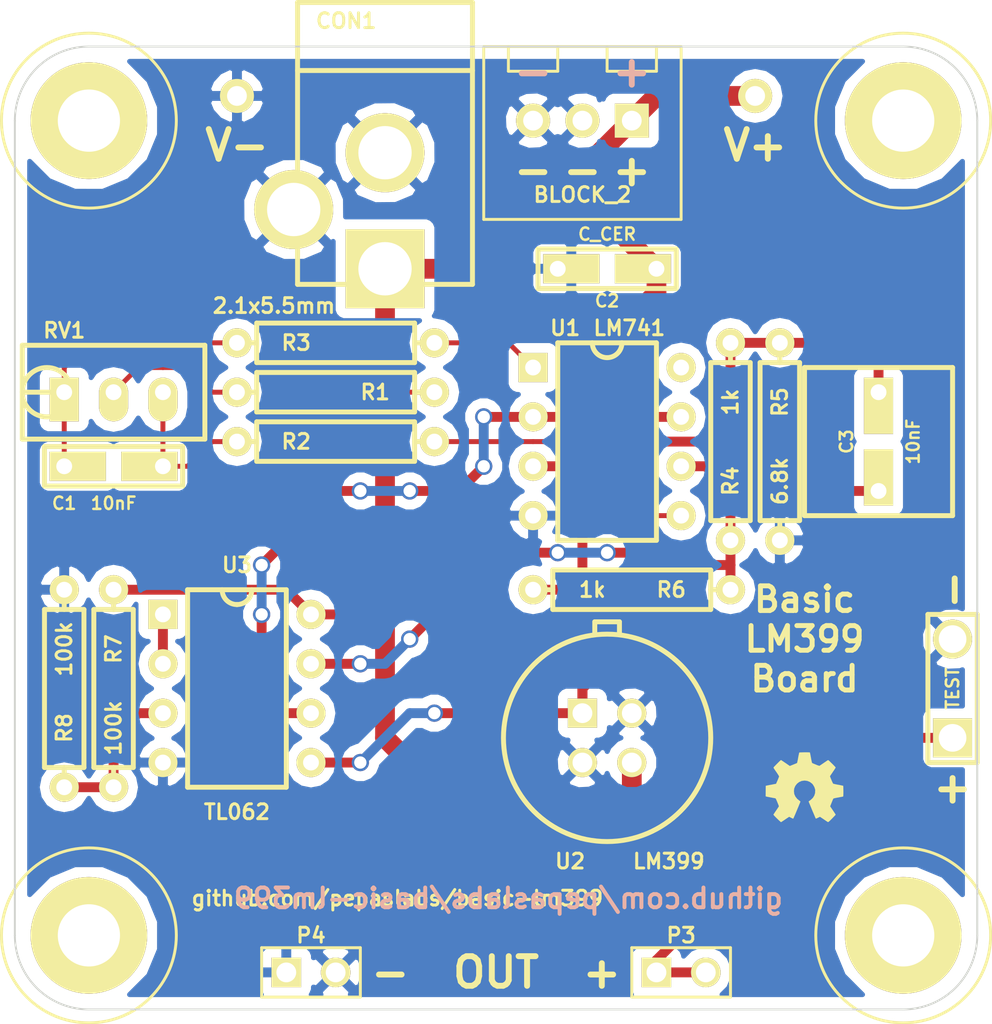
<source format=kicad_pcb>
(kicad_pcb (version 3) (host pcbnew "(2013-07-07 BZR 4022)-stable")

  (general
    (links 46)
    (no_connects 0)
    (area 170.430999 84.980779 221.999001 138.179001)
    (thickness 1.6)
    (drawings 21)
    (tracks 120)
    (zones 0)
    (modules 27)
    (nets 13)
  )

  (page A3)
  (layers
    (15 F.Cu signal)
    (0 B.Cu signal)
    (16 B.Adhes user)
    (17 F.Adhes user)
    (18 B.Paste user)
    (19 F.Paste user)
    (20 B.SilkS user)
    (21 F.SilkS user)
    (22 B.Mask user)
    (23 F.Mask user)
    (24 Dwgs.User user)
    (25 Cmts.User user)
    (26 Eco1.User user)
    (27 Eco2.User user)
    (28 Edge.Cuts user)
  )

  (setup
    (last_trace_width 0.254)
    (user_trace_width 0.254)
    (user_trace_width 0.508)
    (user_trace_width 0.762)
    (user_trace_width 1.016)
    (trace_clearance 0.254)
    (zone_clearance 0.508)
    (zone_45_only no)
    (trace_min 0.254)
    (segment_width 0.2)
    (edge_width 0.1)
    (via_size 0.889)
    (via_drill 0.635)
    (via_min_size 0.889)
    (via_min_drill 0.508)
    (uvia_size 0.508)
    (uvia_drill 0.127)
    (uvias_allowed no)
    (uvia_min_size 0.508)
    (uvia_min_drill 0.127)
    (pcb_text_width 0.3)
    (pcb_text_size 1.5 1.5)
    (mod_edge_width 0.15)
    (mod_text_size 1 1)
    (mod_text_width 0.15)
    (pad_size 1.4986 1.4986)
    (pad_drill 0.8128)
    (pad_to_mask_clearance 0)
    (aux_axis_origin 0 0)
    (visible_elements 7FFFFFFF)
    (pcbplotparams
      (layerselection 284196865)
      (usegerberextensions true)
      (excludeedgelayer true)
      (linewidth 0.150000)
      (plotframeref false)
      (viasonmask false)
      (mode 1)
      (useauxorigin false)
      (hpglpennumber 1)
      (hpglpenspeed 20)
      (hpglpendiameter 15)
      (hpglpenoverlay 2)
      (psnegative false)
      (psa4output false)
      (plotreference true)
      (plotvalue true)
      (plotothertext true)
      (plotinvisibletext false)
      (padsonsilk false)
      (subtractmaskfromsilk false)
      (outputformat 1)
      (mirror false)
      (drillshape 0)
      (scaleselection 1)
      (outputdirectory gerbers))
  )

  (net 0 "")
  (net 1 GND)
  (net 2 N-0000011)
  (net 3 N-0000012)
  (net 4 N-000003)
  (net 5 N-000008)
  (net 6 N-000009)
  (net 7 OP+)
  (net 8 OP-)
  (net 9 OP_OUT)
  (net 10 TRIM1)
  (net 11 TRIM2)
  (net 12 V+)

  (net_class Default "This is the default net class."
    (clearance 0.254)
    (trace_width 0.254)
    (via_dia 0.889)
    (via_drill 0.635)
    (uvia_dia 0.508)
    (uvia_drill 0.127)
    (add_net "")
    (add_net GND)
    (add_net N-0000011)
    (add_net N-0000012)
    (add_net N-000003)
    (add_net N-000008)
    (add_net N-000009)
    (add_net OP+)
    (add_net OP-)
    (add_net OP_OUT)
    (add_net TRIM1)
    (add_net TRIM2)
    (add_net V+)
  )

  (module DIP8_059A_PL (layer F.Cu) (tedit 5912BC9C) (tstamp 5912A17F)
    (at 198.12 104.14 270)
    (descr "8-lead DIP package")
    (tags DIP)
    (path /59129AD5)
    (fp_text reference U1 (at -2.032 -1.651 360) (layer F.SilkS)
      (effects (font (size 0.762 0.762) (thickness 0.1524)))
    )
    (fp_text value LM741 (at -2.032 -4.953 360) (layer F.SilkS)
      (effects (font (size 0.762 0.762) (thickness 0.1524)))
    )
    (fp_arc (start -1.27 -3.81) (end -1.27 -4.572) (angle 90) (layer F.SilkS) (width 0.254))
    (fp_arc (start -1.27 -3.81) (end -0.508 -3.81) (angle 90) (layer F.SilkS) (width 0.254))
    (fp_line (start -1.27 -6.35) (end 8.89 -6.35) (layer F.SilkS) (width 0.254))
    (fp_line (start 8.89 -6.35) (end 8.89 -1.27) (layer F.SilkS) (width 0.254))
    (fp_line (start 8.89 -1.27) (end -1.27 -1.27) (layer F.SilkS) (width 0.254))
    (fp_line (start -1.27 -1.27) (end -1.27 -6.35) (layer F.SilkS) (width 0.254))
    (pad 1 thru_hole rect (at 0 0 270) (size 1.4986 1.4986) (drill 0.8128)
      (layers *.Cu *.Mask F.SilkS)
      (net 10 TRIM1)
    )
    (pad 2 thru_hole oval (at 2.54 0 270) (size 1.4986 1.4986) (drill 0.8128)
      (layers *.Cu *.Mask F.SilkS)
      (net 8 OP-)
    )
    (pad 3 thru_hole oval (at 5.08 0 270) (size 1.4986 1.4986) (drill 0.8128)
      (layers *.Cu *.Mask F.SilkS)
      (net 7 OP+)
    )
    (pad 4 thru_hole oval (at 7.62 0 270) (size 1.4986 1.4986) (drill 0.8128)
      (layers *.Cu *.Mask F.SilkS)
      (net 1 GND)
    )
    (pad 5 thru_hole oval (at 7.62 -7.62 270) (size 1.4986 1.4986) (drill 0.8128)
      (layers *.Cu *.Mask F.SilkS)
      (net 11 TRIM2)
    )
    (pad 6 thru_hole oval (at 5.08 -7.62 270) (size 1.4986 1.4986) (drill 0.8128)
      (layers *.Cu *.Mask F.SilkS)
      (net 9 OP_OUT)
    )
    (pad 8 thru_hole oval (at 0 -7.62 270) (size 1.4986 1.4986) (drill 0.8128)
      (layers *.Cu *.Mask F.SilkS)
    )
    (pad 7 thru_hole oval (at 2.54 -7.62 270) (size 1.4986 1.4986) (drill 0.8128)
      (layers *.Cu *.Mask F.SilkS)
      (net 12 V+)
    )
    (model dil/dil_8.wrl
      (at (xyz 0 0 0))
      (scale (xyz 1 1 1))
      (rotate (xyz 0 0 0))
    )
  )

  (module R_AXIAL_0W25_059A_PL (layer F.Cu) (tedit 53A245D9) (tstamp 5912A120)
    (at 208.28 115.57 180)
    (descr "Resistor Axial 1/4W 0.4\"")
    (tags R)
    (path /59129B10)
    (autoplace_cost180 10)
    (fp_text reference R6 (at 3.048 0 180) (layer F.SilkS)
      (effects (font (size 0.762 0.762) (thickness 0.1524)))
    )
    (fp_text value 1k (at 7.112 0 180) (layer F.SilkS)
      (effects (font (size 0.762 0.762) (thickness 0.1524)))
    )
    (fp_line (start 0 0) (end 1.016 0) (layer F.SilkS) (width 0.254))
    (fp_line (start 1.016 0) (end 1.016 -1.016) (layer F.SilkS) (width 0.254))
    (fp_line (start 1.016 -1.016) (end 9.144 -1.016) (layer F.SilkS) (width 0.254))
    (fp_line (start 9.144 -1.016) (end 9.144 1.016) (layer F.SilkS) (width 0.254))
    (fp_line (start 9.144 1.016) (end 1.016 1.016) (layer F.SilkS) (width 0.254))
    (fp_line (start 1.016 1.016) (end 1.016 0) (layer F.SilkS) (width 0.254))
    (fp_line (start 10.16 0) (end 9.144 0) (layer F.SilkS) (width 0.254))
    (pad 1 thru_hole oval (at 0 0 180) (size 1.4986 1.4986) (drill 0.8128)
      (layers *.Cu *.Mask F.SilkS)
      (net 9 OP_OUT)
    )
    (pad 2 thru_hole oval (at 10.16 0 180) (size 1.4986 1.4986) (drill 0.8128)
      (layers *.Cu *.Mask F.SilkS)
      (net 7 OP+)
    )
    (model discret/resistor.wrl
      (at (xyz 0 0 0))
      (scale (xyz 0.4 0.4 0.4))
      (rotate (xyz 0 0 0))
    )
  )

  (module R_AXIAL_0W25_059A_PL (layer F.Cu) (tedit 53A245D9) (tstamp 5912A12D)
    (at 208.28 113.03 90)
    (descr "Resistor Axial 1/4W 0.4\"")
    (tags R)
    (path /59129B27)
    (autoplace_cost180 10)
    (fp_text reference R4 (at 3.048 0 90) (layer F.SilkS)
      (effects (font (size 0.762 0.762) (thickness 0.1524)))
    )
    (fp_text value 1k (at 7.112 0 90) (layer F.SilkS)
      (effects (font (size 0.762 0.762) (thickness 0.1524)))
    )
    (fp_line (start 0 0) (end 1.016 0) (layer F.SilkS) (width 0.254))
    (fp_line (start 1.016 0) (end 1.016 -1.016) (layer F.SilkS) (width 0.254))
    (fp_line (start 1.016 -1.016) (end 9.144 -1.016) (layer F.SilkS) (width 0.254))
    (fp_line (start 9.144 -1.016) (end 9.144 1.016) (layer F.SilkS) (width 0.254))
    (fp_line (start 9.144 1.016) (end 1.016 1.016) (layer F.SilkS) (width 0.254))
    (fp_line (start 1.016 1.016) (end 1.016 0) (layer F.SilkS) (width 0.254))
    (fp_line (start 10.16 0) (end 9.144 0) (layer F.SilkS) (width 0.254))
    (pad 1 thru_hole oval (at 0 0 90) (size 1.4986 1.4986) (drill 0.8128)
      (layers *.Cu *.Mask F.SilkS)
      (net 9 OP_OUT)
    )
    (pad 2 thru_hole oval (at 10.16 0 90) (size 1.4986 1.4986) (drill 0.8128)
      (layers *.Cu *.Mask F.SilkS)
      (net 8 OP-)
    )
    (model discret/resistor.wrl
      (at (xyz 0 0 0))
      (scale (xyz 0.4 0.4 0.4))
      (rotate (xyz 0 0 0))
    )
  )

  (module R_AXIAL_0W25_059A_PL (layer F.Cu) (tedit 53A245D9) (tstamp 5912A13A)
    (at 210.82 102.87 270)
    (descr "Resistor Axial 1/4W 0.4\"")
    (tags R)
    (path /59129B2D)
    (autoplace_cost180 10)
    (fp_text reference R5 (at 3.048 0 270) (layer F.SilkS)
      (effects (font (size 0.762 0.762) (thickness 0.1524)))
    )
    (fp_text value 6.8k (at 7.112 0 270) (layer F.SilkS)
      (effects (font (size 0.762 0.762) (thickness 0.1524)))
    )
    (fp_line (start 0 0) (end 1.016 0) (layer F.SilkS) (width 0.254))
    (fp_line (start 1.016 0) (end 1.016 -1.016) (layer F.SilkS) (width 0.254))
    (fp_line (start 1.016 -1.016) (end 9.144 -1.016) (layer F.SilkS) (width 0.254))
    (fp_line (start 9.144 -1.016) (end 9.144 1.016) (layer F.SilkS) (width 0.254))
    (fp_line (start 9.144 1.016) (end 1.016 1.016) (layer F.SilkS) (width 0.254))
    (fp_line (start 1.016 1.016) (end 1.016 0) (layer F.SilkS) (width 0.254))
    (fp_line (start 10.16 0) (end 9.144 0) (layer F.SilkS) (width 0.254))
    (pad 1 thru_hole oval (at 0 0 270) (size 1.4986 1.4986) (drill 0.8128)
      (layers *.Cu *.Mask F.SilkS)
      (net 8 OP-)
    )
    (pad 2 thru_hole oval (at 10.16 0 270) (size 1.4986 1.4986) (drill 0.8128)
      (layers *.Cu *.Mask F.SilkS)
      (net 1 GND)
    )
    (model discret/resistor.wrl
      (at (xyz 0 0 0))
      (scale (xyz 0.4 0.4 0.4))
      (rotate (xyz 0 0 0))
    )
  )

  (module R_AXIAL_0W25_059A_PL (layer F.Cu) (tedit 5912BD2B) (tstamp 5912A147)
    (at 182.88 102.87)
    (descr "Resistor Axial 1/4W 0.4\"")
    (tags R)
    (path /59129EDF)
    (autoplace_cost180 10)
    (fp_text reference R3 (at 3.048 0) (layer F.SilkS)
      (effects (font (size 0.762 0.762) (thickness 0.1524)))
    )
    (fp_text value ? (at 7.112 0) (layer F.SilkS) hide
      (effects (font (size 0.762 0.762) (thickness 0.1524)))
    )
    (fp_line (start 0 0) (end 1.016 0) (layer F.SilkS) (width 0.254))
    (fp_line (start 1.016 0) (end 1.016 -1.016) (layer F.SilkS) (width 0.254))
    (fp_line (start 1.016 -1.016) (end 9.144 -1.016) (layer F.SilkS) (width 0.254))
    (fp_line (start 9.144 -1.016) (end 9.144 1.016) (layer F.SilkS) (width 0.254))
    (fp_line (start 9.144 1.016) (end 1.016 1.016) (layer F.SilkS) (width 0.254))
    (fp_line (start 1.016 1.016) (end 1.016 0) (layer F.SilkS) (width 0.254))
    (fp_line (start 10.16 0) (end 9.144 0) (layer F.SilkS) (width 0.254))
    (pad 1 thru_hole oval (at 0 0) (size 1.4986 1.4986) (drill 0.8128)
      (layers *.Cu *.Mask F.SilkS)
      (net 3 N-0000012)
    )
    (pad 2 thru_hole oval (at 10.16 0) (size 1.4986 1.4986) (drill 0.8128)
      (layers *.Cu *.Mask F.SilkS)
      (net 10 TRIM1)
    )
    (model discret/resistor.wrl
      (at (xyz 0 0 0))
      (scale (xyz 0.4 0.4 0.4))
      (rotate (xyz 0 0 0))
    )
  )

  (module R_AXIAL_0W25_059A_PL (layer F.Cu) (tedit 5912BD30) (tstamp 5912A154)
    (at 182.88 107.95)
    (descr "Resistor Axial 1/4W 0.4\"")
    (tags R)
    (path /59129ED9)
    (autoplace_cost180 10)
    (fp_text reference R2 (at 3.048 0) (layer F.SilkS)
      (effects (font (size 0.762 0.762) (thickness 0.1524)))
    )
    (fp_text value ? (at 7.112 0) (layer F.SilkS) hide
      (effects (font (size 0.762 0.762) (thickness 0.1524)))
    )
    (fp_line (start 0 0) (end 1.016 0) (layer F.SilkS) (width 0.254))
    (fp_line (start 1.016 0) (end 1.016 -1.016) (layer F.SilkS) (width 0.254))
    (fp_line (start 1.016 -1.016) (end 9.144 -1.016) (layer F.SilkS) (width 0.254))
    (fp_line (start 9.144 -1.016) (end 9.144 1.016) (layer F.SilkS) (width 0.254))
    (fp_line (start 9.144 1.016) (end 1.016 1.016) (layer F.SilkS) (width 0.254))
    (fp_line (start 1.016 1.016) (end 1.016 0) (layer F.SilkS) (width 0.254))
    (fp_line (start 10.16 0) (end 9.144 0) (layer F.SilkS) (width 0.254))
    (pad 1 thru_hole oval (at 0 0) (size 1.4986 1.4986) (drill 0.8128)
      (layers *.Cu *.Mask F.SilkS)
      (net 2 N-0000011)
    )
    (pad 2 thru_hole oval (at 10.16 0) (size 1.4986 1.4986) (drill 0.8128)
      (layers *.Cu *.Mask F.SilkS)
      (net 11 TRIM2)
    )
    (model discret/resistor.wrl
      (at (xyz 0 0 0))
      (scale (xyz 0.4 0.4 0.4))
      (rotate (xyz 0 0 0))
    )
  )

  (module R_AXIAL_0W25_059A_PL (layer F.Cu) (tedit 5912BD2E) (tstamp 5912A161)
    (at 193.04 105.41 180)
    (descr "Resistor Axial 1/4W 0.4\"")
    (tags R)
    (path /59129ECE)
    (autoplace_cost180 10)
    (fp_text reference R1 (at 3.048 0 180) (layer F.SilkS)
      (effects (font (size 0.762 0.762) (thickness 0.1524)))
    )
    (fp_text value ? (at 7.112 0 180) (layer F.SilkS) hide
      (effects (font (size 0.762 0.762) (thickness 0.1524)))
    )
    (fp_line (start 0 0) (end 1.016 0) (layer F.SilkS) (width 0.254))
    (fp_line (start 1.016 0) (end 1.016 -1.016) (layer F.SilkS) (width 0.254))
    (fp_line (start 1.016 -1.016) (end 9.144 -1.016) (layer F.SilkS) (width 0.254))
    (fp_line (start 9.144 -1.016) (end 9.144 1.016) (layer F.SilkS) (width 0.254))
    (fp_line (start 9.144 1.016) (end 1.016 1.016) (layer F.SilkS) (width 0.254))
    (fp_line (start 1.016 1.016) (end 1.016 0) (layer F.SilkS) (width 0.254))
    (fp_line (start 10.16 0) (end 9.144 0) (layer F.SilkS) (width 0.254))
    (pad 1 thru_hole oval (at 0 0 180) (size 1.4986 1.4986) (drill 0.8128)
      (layers *.Cu *.Mask F.SilkS)
      (net 12 V+)
    )
    (pad 2 thru_hole oval (at 10.16 0 180) (size 1.4986 1.4986) (drill 0.8128)
      (layers *.Cu *.Mask F.SilkS)
      (net 4 N-000003)
    )
    (model discret/resistor.wrl
      (at (xyz 0 0 0))
      (scale (xyz 0.4 0.4 0.4))
      (rotate (xyz 0 0 0))
    )
  )

  (module BARREL_JACK_21x55 (layer F.Cu) (tedit 5912BD61) (tstamp 5912A18C)
    (at 190.5 99.06 270)
    (descr "DC Barrel Jack, 2.1x5.5mm")
    (tags "Power Jack")
    (path /59129DE0)
    (fp_text reference CON1 (at -12.75 2 360) (layer F.SilkS)
      (effects (font (size 0.762 0.762) (thickness 0.1524)))
    )
    (fp_text value BARREL_JACK (at -4.75 -3.5 270) (layer F.SilkS) hide
      (effects (font (size 1.016 1.016) (thickness 0.2032)))
    )
    (fp_text user 2.1x5.5mm (at 1.905 5.715 360) (layer F.SilkS)
      (effects (font (size 0.762 0.762) (thickness 0.1524)))
    )
    (fp_line (start -10.1981 -4.50088) (end -10.1981 4.50088) (layer F.SilkS) (width 0.254))
    (fp_line (start -13.69822 -4.50088) (end -13.69822 4.50088) (layer F.SilkS) (width 0.254))
    (fp_line (start -13.69822 4.50088) (end 0.80264 4.50088) (layer F.SilkS) (width 0.254))
    (fp_line (start 0.80264 4.50088) (end 0.80264 -4.50088) (layer F.SilkS) (width 0.254))
    (fp_line (start 0.80264 -4.50088) (end -13.69822 -4.50088) (layer F.SilkS) (width 0.254))
    (pad 1 thru_hole rect (at 0 0 270) (size 4.064 4.064) (drill 2.7432)
      (layers *.Cu *.Mask F.SilkS)
      (net 12 V+)
    )
    (pad 2 thru_hole circle (at -5.969 0 270) (size 4.064 4.064) (drill 2.7432)
      (layers *.Cu *.Mask F.SilkS)
      (net 1 GND)
    )
    (pad 3 thru_hole circle (at -3.048 4.699 270) (size 4.064 4.064) (drill 2.7432)
      (layers *.Cu *.Mask F.SilkS)
      (net 1 GND)
    )
  )

  (module 3296W_PL (layer F.Cu) (tedit 5912BC22) (tstamp 5912A1B7)
    (at 176.53 105.41)
    (descr "Bourns 3296W trimmer potentiometer")
    (path /59129EC1)
    (fp_text reference RV1 (at -2.54 -3.175) (layer F.SilkS)
      (effects (font (size 0.762 0.762) (thickness 0.1524)))
    )
    (fp_text value ? (at 2.54 -3.175) (layer F.SilkS) hide
      (effects (font (size 0.762 0.762) (thickness 0.1524)))
    )
    (fp_line (start -4.699 0) (end -2.159 0) (layer F.SilkS) (width 0.254))
    (fp_circle (center -3.429 0) (end -4.699 0) (layer F.SilkS) (width 0.254))
    (fp_line (start -4.699 2.413) (end -4.699 -2.413) (layer F.SilkS) (width 0.254))
    (fp_line (start 4.699 -2.413) (end 4.699 2.413) (layer F.SilkS) (width 0.254))
    (fp_line (start 4.699 2.413) (end -4.699 2.413) (layer F.SilkS) (width 0.254))
    (fp_line (start -4.699 -2.413) (end 4.699 -2.413) (layer F.SilkS) (width 0.254))
    (pad 2 thru_hole oval (at 0 0) (size 1.4986 2.2479) (drill 0.8128 (offset 0 0.37465))
      (layers *.Cu *.Mask F.SilkS)
      (net 4 N-000003)
    )
    (pad 3 thru_hole oval (at 2.54 0) (size 1.4986 2.2479) (drill 0.8128 (offset 0 0.37465))
      (layers *.Cu *.Mask F.SilkS)
      (net 2 N-0000011)
    )
    (pad 1 thru_hole rect (at -2.54 0) (size 1.4986 2.2479) (drill 0.8128 (offset 0 0.37465))
      (layers *.Cu *.Mask F.SilkS)
      (net 3 N-0000012)
    )
  )

  (module 1pin_040_069 (layer F.Cu) (tedit 53325090) (tstamp 5912A1C6)
    (at 182.88 90.17)
    (descr "1 pin, 0.040\" drill, 0.069\" round pad")
    (path /59129DB4)
    (fp_text reference P2 (at 0 -2.54) (layer F.SilkS) hide
      (effects (font (size 1.016 1.016) (thickness 0.254)))
    )
    (fp_text value CONN_1 (at 0 2.54) (layer F.SilkS) hide
      (effects (font (size 1.016 1.016) (thickness 0.254)))
    )
    (pad 1 thru_hole oval (at 0 0) (size 1.7526 1.7526) (drill 1.016)
      (layers *.Cu *.Mask F.SilkS)
      (net 1 GND)
    )
  )

  (module 1pin_040_069 (layer F.Cu) (tedit 53325090) (tstamp 5912A1CB)
    (at 209.55 90.17)
    (descr "1 pin, 0.040\" drill, 0.069\" round pad")
    (path /59129D72)
    (fp_text reference P1 (at 0 -2.54) (layer F.SilkS) hide
      (effects (font (size 1.016 1.016) (thickness 0.254)))
    )
    (fp_text value CONN_1 (at 0 2.54) (layer F.SilkS) hide
      (effects (font (size 1.016 1.016) (thickness 0.254)))
    )
    (pad 1 thru_hole oval (at 0 0) (size 1.7526 1.7526) (drill 1.016)
      (layers *.Cu *.Mask F.SilkS)
      (net 12 V+)
    )
  )

  (module hole_M3 (layer F.Cu) (tedit 532CF1F1) (tstamp 5912A2DC)
    (at 175.26 91.44)
    (descr "M3 mounting hole")
    (path 1pin)
    (fp_text reference H*** (at 0 -3.048) (layer F.SilkS) hide
      (effects (font (size 1.016 1.016) (thickness 0.254)))
    )
    (fp_text value Val** (at 0 2.794) (layer F.SilkS) hide
      (effects (font (size 1.016 1.016) (thickness 0.254)))
    )
    (fp_circle (center 0 0) (end 4.5 0) (layer F.SilkS) (width 0.15))
    (pad 1 thru_hole circle (at 0 0) (size 6 6) (drill 3.2)
      (layers *.Cu *.Mask F.SilkS)
    )
  )

  (module hole_M3 (layer F.Cu) (tedit 532CF1F1) (tstamp 5912A2EB)
    (at 217.17 91.44)
    (descr "M3 mounting hole")
    (path 1pin)
    (fp_text reference H*** (at 0 -3.048) (layer F.SilkS) hide
      (effects (font (size 1.016 1.016) (thickness 0.254)))
    )
    (fp_text value Val** (at 0 2.794) (layer F.SilkS) hide
      (effects (font (size 1.016 1.016) (thickness 0.254)))
    )
    (fp_circle (center 0 0) (end 4.5 0) (layer F.SilkS) (width 0.15))
    (pad 1 thru_hole circle (at 0 0) (size 6 6) (drill 3.2)
      (layers *.Cu *.Mask F.SilkS)
    )
  )

  (module hole_M3 (layer F.Cu) (tedit 532CF1F1) (tstamp 5912A2F6)
    (at 175.26 133.35)
    (descr "M3 mounting hole")
    (path 1pin)
    (fp_text reference H*** (at 0 -3.048) (layer F.SilkS) hide
      (effects (font (size 1.016 1.016) (thickness 0.254)))
    )
    (fp_text value Val** (at 0 2.794) (layer F.SilkS) hide
      (effects (font (size 1.016 1.016) (thickness 0.254)))
    )
    (fp_circle (center 0 0) (end 4.5 0) (layer F.SilkS) (width 0.15))
    (pad 1 thru_hole circle (at 0 0) (size 6 6) (drill 3.2)
      (layers *.Cu *.Mask F.SilkS)
    )
  )

  (module hole_M3 (layer F.Cu) (tedit 532CF1F1) (tstamp 5912A301)
    (at 217.17 133.35)
    (descr "M3 mounting hole")
    (path 1pin)
    (fp_text reference H*** (at 0 -3.048) (layer F.SilkS) hide
      (effects (font (size 1.016 1.016) (thickness 0.254)))
    )
    (fp_text value Val** (at 0 2.794) (layer F.SilkS) hide
      (effects (font (size 1.016 1.016) (thickness 0.254)))
    )
    (fp_circle (center 0 0) (end 4.5 0) (layer F.SilkS) (width 0.15))
    (pad 1 thru_hole circle (at 0 0) (size 6 6) (drill 3.2)
      (layers *.Cu *.Mask F.SilkS)
    )
  )

  (module TERMINAL_BLOCK_2_5mm (layer F.Cu) (tedit 5912A42B) (tstamp 5912A53F)
    (at 200.66 91.44 180)
    (descr "2 pin terminal block, 5mm spacing")
    (tags "CONN DEV")
    (fp_text reference BLOCK_2 (at 0 -3.81 180) (layer F.SilkS)
      (effects (font (size 0.762 0.762) (thickness 0.1524)))
    )
    (fp_text value Val** (at 0 -1.905 180) (layer F.SilkS) hide
      (effects (font (size 0.762 0.762) (thickness 0.1524)))
    )
    (fp_line (start 1.27 3.81) (end 1.27 2.54) (layer F.SilkS) (width 0.15))
    (fp_line (start 1.27 2.54) (end 3.81 2.54) (layer F.SilkS) (width 0.15))
    (fp_line (start 3.81 2.54) (end 3.81 3.81) (layer F.SilkS) (width 0.15))
    (fp_line (start -3.81 3.81) (end -3.81 2.54) (layer F.SilkS) (width 0.15))
    (fp_line (start -3.81 2.54) (end -1.27 2.54) (layer F.SilkS) (width 0.15))
    (fp_line (start -1.27 2.54) (end -1.27 3.81) (layer F.SilkS) (width 0.15))
    (fp_line (start -5.08 -5.08) (end -5.08 3.81) (layer F.SilkS) (width 0.15))
    (fp_line (start -5.08 3.81) (end 5.08 3.81) (layer F.SilkS) (width 0.15))
    (fp_line (start 5.08 3.81) (end 5.08 -5.08) (layer F.SilkS) (width 0.15))
    (fp_line (start 5.08 -5.08) (end -5.08 -5.08) (layer F.SilkS) (width 0.15))
    (pad 1 thru_hole rect (at -2.54 0 180) (size 1.7526 1.7526) (drill 1.016)
      (layers *.Cu *.Mask F.SilkS)
      (net 12 V+)
    )
    (pad 2 thru_hole circle (at 2.54 0 180) (size 1.7526 1.7526) (drill 1.016)
      (layers *.Cu *.Mask F.SilkS)
      (net 1 GND)
    )
    (pad 2 thru_hole circle (at 0 0 180) (size 1.7526 1.7526) (drill 1.016)
      (layers *.Cu *.Mask F.SilkS)
      (net 1 GND)
    )
    (model pin_array/pins_array_2x1.wrl
      (at (xyz 0 0 0))
      (scale (xyz 1 1 1))
      (rotate (xyz 0 0 0))
    )
  )

  (module TO-46-PLASTIC (layer F.Cu) (tedit 5912BC58) (tstamp 5912ABEC)
    (at 201.93 123.19)
    (path /59129A7E)
    (fp_text reference U2 (at -1.905 6.35) (layer F.SilkS)
      (effects (font (size 0.762 0.762) (thickness 0.1524)))
    )
    (fp_text value LM399 (at 3.175 6.35) (layer F.SilkS)
      (effects (font (size 0.762 0.762) (thickness 0.1524)))
    )
    (fp_line (start 0.635 -5.969) (end 0.635 -5.334) (layer F.SilkS) (width 0.254))
    (fp_line (start -0.635 -5.969) (end -0.635 -5.334) (layer F.SilkS) (width 0.254))
    (fp_line (start -0.635 -5.969) (end 0.635 -5.969) (layer F.SilkS) (width 0.254))
    (fp_circle (center 0 0) (end -5.334 0) (layer F.SilkS) (width 0.254))
    (pad 1 thru_hole rect (at -1.27 -1.27) (size 1.4986 1.4986) (drill 1.016)
      (layers *.Cu *.Mask F.SilkS)
      (net 7 OP+)
    )
    (pad 3 thru_hole circle (at 1.27 1.27) (size 1.4986 1.4986) (drill 1.016)
      (layers *.Cu *.Mask F.SilkS)
      (net 12 V+)
    )
    (pad 4 thru_hole circle (at 1.27 -1.27) (size 1.4986 1.4986) (drill 1.016)
      (layers *.Cu *.Mask F.SilkS)
      (net 1 GND)
    )
    (pad 2 thru_hole circle (at -1.27 1.27) (size 1.4986 1.4986) (drill 1.016)
      (layers *.Cu *.Mask F.SilkS)
      (net 1 GND)
    )
  )

  (module ANYSSCAP_2_059B_0805 (layer F.Cu) (tedit 554F079F) (tstamp 5912AF19)
    (at 215.9 107.95 90)
    (descr "Capacitor, 0.2\" pin spacing")
    (tags C)
    (path /5912A01F)
    (fp_text reference C3 (at 0 -1.651 90) (layer F.SilkS)
      (effects (font (size 0.635 0.635) (thickness 0.127)))
    )
    (fp_text value 10nF (at 0 1.778 90) (layer F.SilkS)
      (effects (font (size 0.635 0.635) (thickness 0.127)))
    )
    (fp_line (start -3.81 3.81) (end 3.81 3.81) (layer F.SilkS) (width 0.254))
    (fp_line (start -3.81 -3.81) (end 3.81 -3.81) (layer F.SilkS) (width 0.254))
    (fp_line (start 3.81 -3.81) (end 3.81 3.81) (layer F.SilkS) (width 0.254))
    (fp_line (start -3.81 -3.81) (end -3.81 3.81) (layer F.SilkS) (width 0.254))
    (pad 1 thru_hole rect (at -2.54 0 90) (size 2.8956 1.4986) (drill 0.8128 (offset 0.6985 0))
      (layers *.Cu *.Mask F.SilkS)
      (net 9 OP_OUT)
    )
    (pad 2 thru_hole rect (at 2.54 0 90) (size 2.8956 1.4986) (drill 0.8128 (offset -0.6985 0))
      (layers *.Cu *.Mask F.SilkS)
      (net 8 OP-)
    )
    (model discret/capa_2pas_5x5mm.wrl
      (at (xyz 0 0 0))
      (scale (xyz 1 1 1))
      (rotate (xyz 0 0 0))
    )
  )

  (module CERCAP_2_059B_0805 (layer F.Cu) (tedit 5525CCE8) (tstamp 5912B1C2)
    (at 201.93 99.06 180)
    (descr "Capacitor, 0.2\" pin spacing")
    (tags C)
    (path /5912A08D)
    (fp_text reference C2 (at 0 -1.651 180) (layer F.SilkS)
      (effects (font (size 0.635 0.635) (thickness 0.127)))
    )
    (fp_text value C_CER (at 0 1.778 180) (layer F.SilkS)
      (effects (font (size 0.635 0.635) (thickness 0.127)))
    )
    (fp_line (start -3.556 -1.016) (end 3.556 -1.016) (layer F.SilkS) (width 0.254))
    (fp_line (start 3.556 -1.016) (end 3.556 1.016) (layer F.SilkS) (width 0.254))
    (fp_line (start 3.556 1.016) (end -3.556 1.016) (layer F.SilkS) (width 0.254))
    (fp_line (start -3.556 1.016) (end -3.556 -1.016) (layer F.SilkS) (width 0.254))
    (pad 1 thru_hole rect (at -2.54 0 180) (size 2.8956 1.4986) (drill 0.8128 (offset 0.6985 0))
      (layers *.Cu *.Mask F.SilkS)
      (net 12 V+)
    )
    (pad 2 thru_hole rect (at 2.54 0 180) (size 2.8956 1.4986) (drill 0.8128 (offset -0.6985 0))
      (layers *.Cu *.Mask F.SilkS)
      (net 1 GND)
    )
    (model discret/capa_2pas_5x5mm.wrl
      (at (xyz 0 0 0))
      (scale (xyz 1 1 1))
      (rotate (xyz 0 0 0))
    )
  )

  (module CERCAP_2_059B_0805 (layer F.Cu) (tedit 5912BC2E) (tstamp 5912B1CC)
    (at 176.53 109.22 180)
    (descr "Capacitor, 0.2\" pin spacing")
    (tags C)
    (path /5912A10C)
    (fp_text reference C1 (at 2.54 -1.905 180) (layer F.SilkS)
      (effects (font (size 0.635 0.635) (thickness 0.127)))
    )
    (fp_text value 10nF (at 0 -1.905 180) (layer F.SilkS)
      (effects (font (size 0.635 0.635) (thickness 0.127)))
    )
    (fp_line (start -3.556 -1.016) (end 3.556 -1.016) (layer F.SilkS) (width 0.254))
    (fp_line (start 3.556 -1.016) (end 3.556 1.016) (layer F.SilkS) (width 0.254))
    (fp_line (start 3.556 1.016) (end -3.556 1.016) (layer F.SilkS) (width 0.254))
    (fp_line (start -3.556 1.016) (end -3.556 -1.016) (layer F.SilkS) (width 0.254))
    (pad 1 thru_hole rect (at -2.54 0 180) (size 2.8956 1.4986) (drill 0.8128 (offset 0.6985 0))
      (layers *.Cu *.Mask F.SilkS)
      (net 2 N-0000011)
    )
    (pad 2 thru_hole rect (at 2.54 0 180) (size 2.8956 1.4986) (drill 0.8128 (offset -0.6985 0))
      (layers *.Cu *.Mask F.SilkS)
      (net 3 N-0000012)
    )
    (model discret/capa_2pas_5x5mm.wrl
      (at (xyz 0 0 0))
      (scale (xyz 1 1 1))
      (rotate (xyz 0 0 0))
    )
  )

  (module R_AXIAL_0W25_059A_PL (layer F.Cu) (tedit 53A245D9) (tstamp 5912B30D)
    (at 176.53 115.57 270)
    (descr "Resistor Axial 1/4W 0.4\"")
    (tags R)
    (path /5912B152)
    (autoplace_cost180 10)
    (fp_text reference R7 (at 3.048 0 270) (layer F.SilkS)
      (effects (font (size 0.762 0.762) (thickness 0.1524)))
    )
    (fp_text value 100k (at 7.112 0 270) (layer F.SilkS)
      (effects (font (size 0.762 0.762) (thickness 0.1524)))
    )
    (fp_line (start 0 0) (end 1.016 0) (layer F.SilkS) (width 0.254))
    (fp_line (start 1.016 0) (end 1.016 -1.016) (layer F.SilkS) (width 0.254))
    (fp_line (start 1.016 -1.016) (end 9.144 -1.016) (layer F.SilkS) (width 0.254))
    (fp_line (start 9.144 -1.016) (end 9.144 1.016) (layer F.SilkS) (width 0.254))
    (fp_line (start 9.144 1.016) (end 1.016 1.016) (layer F.SilkS) (width 0.254))
    (fp_line (start 1.016 1.016) (end 1.016 0) (layer F.SilkS) (width 0.254))
    (fp_line (start 10.16 0) (end 9.144 0) (layer F.SilkS) (width 0.254))
    (pad 1 thru_hole oval (at 0 0 270) (size 1.4986 1.4986) (drill 0.8128)
      (layers *.Cu *.Mask F.SilkS)
      (net 12 V+)
    )
    (pad 2 thru_hole oval (at 10.16 0 270) (size 1.4986 1.4986) (drill 0.8128)
      (layers *.Cu *.Mask F.SilkS)
      (net 6 N-000009)
    )
    (model discret/resistor.wrl
      (at (xyz 0 0 0))
      (scale (xyz 0.4 0.4 0.4))
      (rotate (xyz 0 0 0))
    )
  )

  (module R_AXIAL_0W25_059A_PL (layer F.Cu) (tedit 53A245D9) (tstamp 5912B31A)
    (at 173.99 125.73 90)
    (descr "Resistor Axial 1/4W 0.4\"")
    (tags R)
    (path /5912B169)
    (autoplace_cost180 10)
    (fp_text reference R8 (at 3.048 0 90) (layer F.SilkS)
      (effects (font (size 0.762 0.762) (thickness 0.1524)))
    )
    (fp_text value 100k (at 7.112 0 90) (layer F.SilkS)
      (effects (font (size 0.762 0.762) (thickness 0.1524)))
    )
    (fp_line (start 0 0) (end 1.016 0) (layer F.SilkS) (width 0.254))
    (fp_line (start 1.016 0) (end 1.016 -1.016) (layer F.SilkS) (width 0.254))
    (fp_line (start 1.016 -1.016) (end 9.144 -1.016) (layer F.SilkS) (width 0.254))
    (fp_line (start 9.144 -1.016) (end 9.144 1.016) (layer F.SilkS) (width 0.254))
    (fp_line (start 9.144 1.016) (end 1.016 1.016) (layer F.SilkS) (width 0.254))
    (fp_line (start 1.016 1.016) (end 1.016 0) (layer F.SilkS) (width 0.254))
    (fp_line (start 10.16 0) (end 9.144 0) (layer F.SilkS) (width 0.254))
    (pad 1 thru_hole oval (at 0 0 90) (size 1.4986 1.4986) (drill 0.8128)
      (layers *.Cu *.Mask F.SilkS)
      (net 6 N-000009)
    )
    (pad 2 thru_hole oval (at 10.16 0 90) (size 1.4986 1.4986) (drill 0.8128)
      (layers *.Cu *.Mask F.SilkS)
      (net 1 GND)
    )
    (model discret/resistor.wrl
      (at (xyz 0 0 0))
      (scale (xyz 0.4 0.4 0.4))
      (rotate (xyz 0 0 0))
    )
  )

  (module DIP8_059A_PL (layer F.Cu) (tedit 5912BC44) (tstamp 5912B32C)
    (at 179.07 116.84 270)
    (descr "8-lead DIP package")
    (tags DIP)
    (path /5912AE18)
    (fp_text reference U3 (at -2.54 -3.81 360) (layer F.SilkS)
      (effects (font (size 0.762 0.762) (thickness 0.1524)))
    )
    (fp_text value TL062 (at 10.16 -3.81 360) (layer F.SilkS)
      (effects (font (size 0.762 0.762) (thickness 0.1524)))
    )
    (fp_arc (start -1.27 -3.81) (end -1.27 -4.572) (angle 90) (layer F.SilkS) (width 0.254))
    (fp_arc (start -1.27 -3.81) (end -0.508 -3.81) (angle 90) (layer F.SilkS) (width 0.254))
    (fp_line (start -1.27 -6.35) (end 8.89 -6.35) (layer F.SilkS) (width 0.254))
    (fp_line (start 8.89 -6.35) (end 8.89 -1.27) (layer F.SilkS) (width 0.254))
    (fp_line (start 8.89 -1.27) (end -1.27 -1.27) (layer F.SilkS) (width 0.254))
    (fp_line (start -1.27 -1.27) (end -1.27 -6.35) (layer F.SilkS) (width 0.254))
    (pad 1 thru_hole rect (at 0 0 270) (size 1.4986 1.4986) (drill 0.8128)
      (layers *.Cu *.Mask F.SilkS)
      (net 5 N-000008)
    )
    (pad 2 thru_hole oval (at 2.54 0 270) (size 1.4986 1.4986) (drill 0.8128)
      (layers *.Cu *.Mask F.SilkS)
      (net 5 N-000008)
    )
    (pad 3 thru_hole oval (at 5.08 0 270) (size 1.4986 1.4986) (drill 0.8128)
      (layers *.Cu *.Mask F.SilkS)
      (net 6 N-000009)
    )
    (pad 4 thru_hole oval (at 7.62 0 270) (size 1.4986 1.4986) (drill 0.8128)
      (layers *.Cu *.Mask F.SilkS)
      (net 1 GND)
    )
    (pad 5 thru_hole oval (at 7.62 -7.62 270) (size 1.4986 1.4986) (drill 0.8128)
      (layers *.Cu *.Mask F.SilkS)
      (net 7 OP+)
    )
    (pad 6 thru_hole oval (at 5.08 -7.62 270) (size 1.4986 1.4986) (drill 0.8128)
      (layers *.Cu *.Mask F.SilkS)
      (net 8 OP-)
    )
    (pad 8 thru_hole oval (at 0 -7.62 270) (size 1.4986 1.4986) (drill 0.8128)
      (layers *.Cu *.Mask F.SilkS)
      (net 12 V+)
    )
    (pad 7 thru_hole oval (at 2.54 -7.62 270) (size 1.4986 1.4986) (drill 0.8128)
      (layers *.Cu *.Mask F.SilkS)
      (net 9 OP_OUT)
    )
    (model dil/dil_8.wrl
      (at (xyz 0 0 0))
      (scale (xyz 1 1 1))
      (rotate (xyz 0 0 0))
    )
  )

  (module TEST_2 (layer F.Cu) (tedit 5912BCAB) (tstamp 5912B3FE)
    (at 219.71 120.65 90)
    (descr "Test Point, 0.2\"")
    (tags "CONN DEV")
    (path /5912B66E)
    (fp_text reference TEST (at 0 0 90) (layer F.SilkS)
      (effects (font (size 0.635 0.635) (thickness 0.127)))
    )
    (fp_text value CONN_2 (at 0 -1.905 90) (layer F.SilkS) hide
      (effects (font (size 0.635 0.635) (thickness 0.127)))
    )
    (fp_line (start -3.81 1.27) (end 3.81 1.27) (layer F.SilkS) (width 0.254))
    (fp_line (start -3.81 -1.27) (end -3.81 1.27) (layer F.SilkS) (width 0.254))
    (fp_line (start 3.81 -1.27) (end 3.81 1.27) (layer F.SilkS) (width 0.254))
    (fp_line (start -3.81 -1.27) (end 3.81 -1.27) (layer F.SilkS) (width 0.254))
    (pad 1 thru_hole rect (at -2.54 0 90) (size 2.0066 2.0066) (drill 1.4224)
      (layers *.Cu *.Mask F.SilkS)
      (net 7 OP+)
    )
    (pad 2 thru_hole circle (at 2.54 0 90) (size 2.0066 2.0066) (drill 1.4224)
      (layers *.Cu *.Mask F.SilkS)
      (net 1 GND)
    )
    (model pin_array/pins_array_2x1.wrl
      (at (xyz 0 0 0))
      (scale (xyz 1 1 1))
      (rotate (xyz 0 0 0))
    )
  )

  (module PIN_ARRAY_2X1 (layer F.Cu) (tedit 4565C520) (tstamp 5912B408)
    (at 205.74 135.255)
    (descr "Connecteurs 2 pins")
    (tags "CONN DEV")
    (path /5912B555)
    (fp_text reference P3 (at 0 -1.905) (layer F.SilkS)
      (effects (font (size 0.762 0.762) (thickness 0.1524)))
    )
    (fp_text value CONN_2 (at 0 -1.905) (layer F.SilkS) hide
      (effects (font (size 0.762 0.762) (thickness 0.1524)))
    )
    (fp_line (start -2.54 1.27) (end -2.54 -1.27) (layer F.SilkS) (width 0.1524))
    (fp_line (start -2.54 -1.27) (end 2.54 -1.27) (layer F.SilkS) (width 0.1524))
    (fp_line (start 2.54 -1.27) (end 2.54 1.27) (layer F.SilkS) (width 0.1524))
    (fp_line (start 2.54 1.27) (end -2.54 1.27) (layer F.SilkS) (width 0.1524))
    (pad 1 thru_hole rect (at -1.27 0) (size 1.524 1.524) (drill 1.016)
      (layers *.Cu *.Mask F.SilkS)
      (net 7 OP+)
    )
    (pad 2 thru_hole circle (at 1.27 0) (size 1.524 1.524) (drill 1.016)
      (layers *.Cu *.Mask F.SilkS)
      (net 7 OP+)
    )
    (model pin_array/pins_array_2x1.wrl
      (at (xyz 0 0 0))
      (scale (xyz 1 1 1))
      (rotate (xyz 0 0 0))
    )
  )

  (module PIN_ARRAY_2X1 (layer F.Cu) (tedit 4565C520) (tstamp 5912B412)
    (at 186.69 135.255)
    (descr "Connecteurs 2 pins")
    (tags "CONN DEV")
    (path /5912B56C)
    (fp_text reference P4 (at 0 -1.905) (layer F.SilkS)
      (effects (font (size 0.762 0.762) (thickness 0.1524)))
    )
    (fp_text value CONN_2 (at 0 -1.905) (layer F.SilkS) hide
      (effects (font (size 0.762 0.762) (thickness 0.1524)))
    )
    (fp_line (start -2.54 1.27) (end -2.54 -1.27) (layer F.SilkS) (width 0.1524))
    (fp_line (start -2.54 -1.27) (end 2.54 -1.27) (layer F.SilkS) (width 0.1524))
    (fp_line (start 2.54 -1.27) (end 2.54 1.27) (layer F.SilkS) (width 0.1524))
    (fp_line (start 2.54 1.27) (end -2.54 1.27) (layer F.SilkS) (width 0.1524))
    (pad 1 thru_hole rect (at -1.27 0) (size 1.524 1.524) (drill 1.016)
      (layers *.Cu *.Mask F.SilkS)
      (net 1 GND)
    )
    (pad 2 thru_hole circle (at 1.27 0) (size 1.524 1.524) (drill 1.016)
      (layers *.Cu *.Mask F.SilkS)
      (net 1 GND)
    )
    (model pin_array/pins_array_2x1.wrl
      (at (xyz 0 0 0))
      (scale (xyz 1 1 1))
      (rotate (xyz 0 0 0))
    )
  )

  (module OSHW-logo_silkscreen-front_4mm (layer F.Cu) (tedit 0) (tstamp 5912BE4A)
    (at 212.09 125.73)
    (fp_text reference G*** (at 0 2.1209) (layer F.SilkS) hide
      (effects (font (size 0.18034 0.18034) (thickness 0.03556)))
    )
    (fp_text value OSHW-logo_silkscreen-front_4mm (at 0 -2.1209) (layer F.SilkS) hide
      (effects (font (size 0.18034 0.18034) (thickness 0.03556)))
    )
    (fp_poly (pts (xy -1.21158 1.79578) (xy -1.19126 1.78562) (xy -1.143 1.75514) (xy -1.07696 1.71196)
      (xy -0.99822 1.65862) (xy -0.91948 1.60528) (xy -0.85344 1.5621) (xy -0.80772 1.53162)
      (xy -0.78994 1.52146) (xy -0.77978 1.524) (xy -0.74168 1.54432) (xy -0.6858 1.57226)
      (xy -0.65532 1.5875) (xy -0.60452 1.61036) (xy -0.57912 1.61544) (xy -0.57658 1.60782)
      (xy -0.55626 1.56972) (xy -0.52832 1.50368) (xy -0.49022 1.41732) (xy -0.44704 1.31572)
      (xy -0.40132 1.2065) (xy -0.3556 1.09474) (xy -0.30988 0.98806) (xy -0.27178 0.89154)
      (xy -0.23876 0.81534) (xy -0.21844 0.75946) (xy -0.21082 0.7366) (xy -0.21336 0.73152)
      (xy -0.23876 0.70866) (xy -0.28194 0.67564) (xy -0.37846 0.5969) (xy -0.4699 0.48006)
      (xy -0.52832 0.34798) (xy -0.5461 0.20066) (xy -0.53086 0.06604) (xy -0.47752 -0.0635)
      (xy -0.38608 -0.18288) (xy -0.27432 -0.26924) (xy -0.14478 -0.32512) (xy 0 -0.3429)
      (xy 0.1397 -0.32766) (xy 0.27178 -0.27432) (xy 0.39116 -0.18542) (xy 0.43942 -0.127)
      (xy 0.508 -0.00762) (xy 0.54864 0.11938) (xy 0.55118 0.14986) (xy 0.5461 0.2921)
      (xy 0.50546 0.42672) (xy 0.4318 0.5461) (xy 0.32766 0.64516) (xy 0.31496 0.65532)
      (xy 0.2667 0.69088) (xy 0.23622 0.71374) (xy 0.21082 0.73406) (xy 0.38862 1.16586)
      (xy 0.41656 1.23444) (xy 0.46736 1.35128) (xy 0.51054 1.45288) (xy 0.54356 1.53416)
      (xy 0.56896 1.5875) (xy 0.57912 1.61036) (xy 0.57912 1.61036) (xy 0.59436 1.6129)
      (xy 0.62738 1.6002) (xy 0.68834 1.57226) (xy 0.72898 1.55194) (xy 0.7747 1.52908)
      (xy 0.79502 1.52146) (xy 0.8128 1.53162) (xy 0.85598 1.55956) (xy 0.91948 1.60274)
      (xy 0.99568 1.65354) (xy 1.06934 1.70434) (xy 1.13792 1.75006) (xy 1.18618 1.78054)
      (xy 1.21158 1.79324) (xy 1.21412 1.79324) (xy 1.23444 1.78054) (xy 1.27508 1.75006)
      (xy 1.3335 1.69418) (xy 1.41478 1.6129) (xy 1.42748 1.6002) (xy 1.49606 1.52908)
      (xy 1.55194 1.47066) (xy 1.59004 1.43002) (xy 1.60274 1.41224) (xy 1.60274 1.41224)
      (xy 1.59004 1.38684) (xy 1.55956 1.33858) (xy 1.51384 1.27) (xy 1.4605 1.19126)
      (xy 1.31826 0.98298) (xy 1.397 0.7874) (xy 1.41986 0.72898) (xy 1.45034 0.65532)
      (xy 1.4732 0.60452) (xy 1.4859 0.58166) (xy 1.50622 0.57404) (xy 1.55956 0.56134)
      (xy 1.6383 0.54356) (xy 1.72974 0.52832) (xy 1.81864 0.51054) (xy 1.89738 0.4953)
      (xy 1.9558 0.48514) (xy 1.9812 0.48006) (xy 1.98628 0.47498) (xy 1.99136 0.46228)
      (xy 1.99644 0.43688) (xy 1.99644 0.38862) (xy 1.99898 0.31242) (xy 1.99898 0.20066)
      (xy 1.99898 0.1905) (xy 1.99644 0.08382) (xy 1.99644 0) (xy 1.9939 -0.05334)
      (xy 1.98882 -0.07366) (xy 1.98882 -0.07366) (xy 1.96342 -0.08128) (xy 1.90754 -0.09144)
      (xy 1.8288 -0.10922) (xy 1.73228 -0.127) (xy 1.7272 -0.127) (xy 1.63322 -0.14478)
      (xy 1.55448 -0.16256) (xy 1.4986 -0.17526) (xy 1.47574 -0.18288) (xy 1.47066 -0.18796)
      (xy 1.45034 -0.22606) (xy 1.4224 -0.28448) (xy 1.39192 -0.3556) (xy 1.36144 -0.42926)
      (xy 1.3335 -0.49784) (xy 1.31572 -0.5461) (xy 1.31064 -0.56896) (xy 1.31064 -0.56896)
      (xy 1.32588 -0.59182) (xy 1.3589 -0.64262) (xy 1.40462 -0.70866) (xy 1.4605 -0.78994)
      (xy 1.46304 -0.79756) (xy 1.51892 -0.8763) (xy 1.5621 -0.94488) (xy 1.59258 -0.99314)
      (xy 1.60274 -1.01346) (xy 1.60274 -1.016) (xy 1.58496 -1.03886) (xy 1.54432 -1.08458)
      (xy 1.4859 -1.14554) (xy 1.41478 -1.21666) (xy 1.39192 -1.23698) (xy 1.31572 -1.31318)
      (xy 1.26238 -1.36398) (xy 1.22682 -1.38938) (xy 1.21158 -1.397) (xy 1.21158 -1.39446)
      (xy 1.18618 -1.38176) (xy 1.13538 -1.34874) (xy 1.0668 -1.30048) (xy 0.98552 -1.24714)
      (xy 0.98044 -1.24206) (xy 0.9017 -1.18872) (xy 0.83566 -1.143) (xy 0.7874 -1.11252)
      (xy 0.76708 -1.09982) (xy 0.762 -1.09982) (xy 0.73152 -1.10998) (xy 0.6731 -1.12776)
      (xy 0.60452 -1.1557) (xy 0.53086 -1.18618) (xy 0.46228 -1.21412) (xy 0.41148 -1.23698)
      (xy 0.38862 -1.24968) (xy 0.38862 -1.25222) (xy 0.37846 -1.28016) (xy 0.36576 -1.34112)
      (xy 0.34798 -1.4224) (xy 0.3302 -1.52146) (xy 0.32766 -1.5367) (xy 0.30988 -1.63068)
      (xy 0.29464 -1.70942) (xy 0.28194 -1.7653) (xy 0.27686 -1.78816) (xy 0.26416 -1.7907)
      (xy 0.2159 -1.79324) (xy 0.14478 -1.79578) (xy 0.05842 -1.79578) (xy -0.03048 -1.79578)
      (xy -0.11684 -1.79324) (xy -0.19304 -1.7907) (xy -0.24638 -1.78816) (xy -0.26924 -1.78308)
      (xy -0.27178 -1.78054) (xy -0.2794 -1.7526) (xy -0.2921 -1.69164) (xy -0.30988 -1.61036)
      (xy -0.32766 -1.5113) (xy -0.3302 -1.49352) (xy -0.34798 -1.39954) (xy -0.36576 -1.3208)
      (xy -0.37592 -1.26746) (xy -0.38354 -1.24714) (xy -0.39116 -1.24206) (xy -0.42926 -1.22428)
      (xy -0.49276 -1.19888) (xy -0.57404 -1.16586) (xy -0.75692 -1.0922) (xy -0.98044 -1.24714)
      (xy -1.00076 -1.25984) (xy -1.08204 -1.31572) (xy -1.14808 -1.3589) (xy -1.1938 -1.38938)
      (xy -1.21412 -1.39954) (xy -1.21412 -1.39954) (xy -1.23698 -1.37922) (xy -1.2827 -1.33858)
      (xy -1.34366 -1.27762) (xy -1.41224 -1.20904) (xy -1.46558 -1.1557) (xy -1.52654 -1.0922)
      (xy -1.56718 -1.05156) (xy -1.5875 -1.02362) (xy -1.59512 -1.00584) (xy -1.59258 -0.99568)
      (xy -1.57988 -0.97282) (xy -1.54686 -0.92456) (xy -1.50114 -0.85598) (xy -1.44526 -0.77724)
      (xy -1.39954 -0.70866) (xy -1.35128 -0.635) (xy -1.3208 -0.58166) (xy -1.3081 -0.55372)
      (xy -1.31064 -0.54356) (xy -1.32842 -0.50038) (xy -1.35382 -0.4318) (xy -1.38684 -0.35306)
      (xy -1.46558 -0.17526) (xy -1.58242 -0.15494) (xy -1.65354 -0.1397) (xy -1.7526 -0.12192)
      (xy -1.84658 -0.10414) (xy -1.9939 -0.07366) (xy -1.99898 0.46482) (xy -1.97612 0.47498)
      (xy -1.95326 0.4826) (xy -1.89992 0.49276) (xy -1.82118 0.508) (xy -1.72974 0.52578)
      (xy -1.651 0.54102) (xy -1.57226 0.55626) (xy -1.51638 0.56642) (xy -1.49098 0.5715)
      (xy -1.48336 0.58166) (xy -1.46304 0.61976) (xy -1.4351 0.68072) (xy -1.40462 0.75438)
      (xy -1.37414 0.82804) (xy -1.3462 0.89916) (xy -1.32588 0.9525) (xy -1.31826 0.98044)
      (xy -1.32842 1.00076) (xy -1.3589 1.04648) (xy -1.40208 1.11252) (xy -1.45542 1.19126)
      (xy -1.5113 1.27) (xy -1.55448 1.33858) (xy -1.5875 1.38684) (xy -1.6002 1.40716)
      (xy -1.59258 1.4224) (xy -1.5621 1.4605) (xy -1.50368 1.52146) (xy -1.41478 1.61036)
      (xy -1.39954 1.62306) (xy -1.33096 1.69164) (xy -1.27 1.74498) (xy -1.22936 1.78308)
      (xy -1.21158 1.79578)) (layer F.SilkS) (width 0.00254))
  )

  (gr_text github.com/pepaslabs/basic-lm399 (at 196.85 131.445) (layer B.SilkS)
    (effects (font (size 1.016 1.016) (thickness 0.2032)) (justify mirror))
  )
  (gr_text github.com/pepaslabs/basic-lm399 (at 191.135 131.445) (layer F.SilkS)
    (effects (font (size 0.762 0.762) (thickness 0.1524)))
  )
  (gr_text "Basic\nLM399\nBoard" (at 212.09 118.11) (layer F.SilkS)
    (effects (font (size 1.27 1.27) (thickness 0.254)))
  )
  (gr_text - (at 219.71 115.57 90) (layer F.SilkS)
    (effects (font (size 1.524 1.524) (thickness 0.3048)) (justify mirror))
  )
  (gr_text + (at 219.71 125.73) (layer F.SilkS)
    (effects (font (size 1.524 1.524) (thickness 0.3048)) (justify mirror))
  )
  (gr_text - (at 198.12 88.9) (layer B.SilkS)
    (effects (font (size 1.524 1.524) (thickness 0.3048)))
  )
  (gr_text + (at 203.2 88.9) (layer B.SilkS)
    (effects (font (size 1.524 1.524) (thickness 0.3048)))
  )
  (gr_text - (at 198.12 93.98) (layer F.SilkS)
    (effects (font (size 1.524 1.524) (thickness 0.3048)))
  )
  (gr_text - (at 200.66 93.98) (layer F.SilkS)
    (effects (font (size 1.524 1.524) (thickness 0.3048)))
  )
  (gr_text + (at 203.2 93.98) (layer F.SilkS)
    (effects (font (size 1.524 1.524) (thickness 0.3048)))
  )
  (gr_text "-  OUT  +" (at 196.215 135.255) (layer F.SilkS)
    (effects (font (size 1.524 1.524) (thickness 0.3048)))
  )
  (gr_text V+ (at 209.55 92.71) (layer F.SilkS)
    (effects (font (size 1.524 1.524) (thickness 0.3048)))
  )
  (gr_text V- (at 182.88 92.71) (layer F.SilkS)
    (effects (font (size 1.524 1.524) (thickness 0.3048)))
  )
  (gr_line (start 217.17 137.16) (end 175.26 137.16) (angle 90) (layer Edge.Cuts) (width 0.1))
  (gr_line (start 220.98 91.44) (end 220.98 133.35) (angle 90) (layer Edge.Cuts) (width 0.1))
  (gr_line (start 175.26 87.63) (end 217.17 87.63) (angle 90) (layer Edge.Cuts) (width 0.1))
  (gr_line (start 171.45 133.35) (end 171.45 91.44) (angle 90) (layer Edge.Cuts) (width 0.1))
  (gr_arc (start 175.26 133.35) (end 175.26 137.16) (angle 90) (layer Edge.Cuts) (width 0.1))
  (gr_arc (start 217.17 133.35) (end 220.98 133.35) (angle 90) (layer Edge.Cuts) (width 0.1))
  (gr_arc (start 217.17 91.44) (end 217.17 87.63) (angle 90) (layer Edge.Cuts) (width 0.1))
  (gr_arc (start 175.26 91.44) (end 171.45 91.44) (angle 90) (layer Edge.Cuts) (width 0.1))

  (segment (start 182.88 107.95) (end 181.61 107.95) (width 0.254) (layer F.Cu) (net 2))
  (segment (start 180.34 109.22) (end 179.07 109.22) (width 0.254) (layer F.Cu) (net 2) (tstamp 5912B93D))
  (segment (start 181.61 107.95) (end 180.34 109.22) (width 0.254) (layer F.Cu) (net 2) (tstamp 5912B93C))
  (segment (start 179.07 105.41) (end 179.07 109.22) (width 0.254) (layer F.Cu) (net 2))
  (segment (start 182.88 102.87) (end 175.26 102.87) (width 0.254) (layer F.Cu) (net 3))
  (segment (start 173.99 104.14) (end 173.99 105.41) (width 0.254) (layer F.Cu) (net 3) (tstamp 5912B933))
  (segment (start 175.26 102.87) (end 173.99 104.14) (width 0.254) (layer F.Cu) (net 3) (tstamp 5912B932))
  (segment (start 173.99 105.41) (end 173.99 109.22) (width 0.254) (layer F.Cu) (net 3))
  (segment (start 182.88 105.41) (end 181.61 105.41) (width 0.254) (layer F.Cu) (net 4))
  (segment (start 177.8 104.14) (end 176.53 105.41) (width 0.254) (layer F.Cu) (net 4) (tstamp 5912B939))
  (segment (start 179.07 104.14) (end 177.8 104.14) (width 0.254) (layer F.Cu) (net 4) (tstamp 5912B938))
  (segment (start 180.34 104.14) (end 179.07 104.14) (width 0.254) (layer F.Cu) (net 4) (tstamp 5912B937))
  (segment (start 181.61 105.41) (end 180.34 104.14) (width 0.254) (layer F.Cu) (net 4) (tstamp 5912B936))
  (segment (start 179.07 116.84) (end 179.07 119.38) (width 0.508) (layer F.Cu) (net 5))
  (segment (start 176.53 125.73) (end 176.53 123.19) (width 0.508) (layer F.Cu) (net 6))
  (segment (start 177.8 121.92) (end 179.07 121.92) (width 0.508) (layer F.Cu) (net 6) (tstamp 5912B597))
  (segment (start 176.53 123.19) (end 177.8 121.92) (width 0.508) (layer F.Cu) (net 6) (tstamp 5912B596))
  (segment (start 173.99 125.73) (end 176.53 125.73) (width 0.508) (layer F.Cu) (net 6))
  (segment (start 186.69 124.46) (end 189.23 124.46) (width 0.508) (layer F.Cu) (net 7))
  (segment (start 193.04 121.92) (end 200.66 121.92) (width 0.508) (layer F.Cu) (net 7) (tstamp 5912B9FE))
  (via (at 193.04 121.92) (size 0.889) (layers F.Cu B.Cu) (net 7))
  (segment (start 191.77 121.92) (end 193.04 121.92) (width 0.508) (layer B.Cu) (net 7) (tstamp 5912B9FA))
  (segment (start 189.23 124.46) (end 191.77 121.92) (width 0.508) (layer B.Cu) (net 7) (tstamp 5912B9F9))
  (via (at 189.23 124.46) (size 0.889) (layers F.Cu B.Cu) (net 7))
  (segment (start 198.12 115.57) (end 200.66 115.57) (width 0.508) (layer F.Cu) (net 7))
  (segment (start 198.12 109.22) (end 199.39 109.22) (width 0.508) (layer F.Cu) (net 7))
  (segment (start 200.66 110.49) (end 200.66 115.57) (width 0.508) (layer F.Cu) (net 7) (tstamp 5912B958))
  (segment (start 200.66 115.57) (end 200.66 121.92) (width 0.508) (layer F.Cu) (net 7) (tstamp 5912B9C4))
  (segment (start 199.39 109.22) (end 200.66 110.49) (width 0.508) (layer F.Cu) (net 7) (tstamp 5912B957))
  (segment (start 219.71 123.19) (end 205.74 123.19) (width 0.508) (layer F.Cu) (net 7))
  (segment (start 204.47 135.255) (end 207.01 135.255) (width 0.508) (layer F.Cu) (net 7))
  (segment (start 200.66 121.92) (end 200.66 120.65) (width 0.508) (layer F.Cu) (net 7))
  (segment (start 205.74 121.92) (end 205.74 123.19) (width 0.508) (layer F.Cu) (net 7) (tstamp 5912B62C))
  (segment (start 205.74 120.65) (end 205.74 121.92) (width 0.508) (layer F.Cu) (net 7) (tstamp 5912B62B))
  (segment (start 204.47 119.38) (end 205.74 120.65) (width 0.508) (layer F.Cu) (net 7) (tstamp 5912B62A))
  (segment (start 203.2 119.38) (end 204.47 119.38) (width 0.508) (layer F.Cu) (net 7) (tstamp 5912B629))
  (segment (start 201.93 119.38) (end 203.2 119.38) (width 0.508) (layer F.Cu) (net 7) (tstamp 5912B628))
  (segment (start 200.66 120.65) (end 201.93 119.38) (width 0.508) (layer F.Cu) (net 7) (tstamp 5912B626))
  (segment (start 204.47 134.62) (end 204.47 135.255) (width 0.508) (layer F.Cu) (net 7) (tstamp 5912B62E))
  (segment (start 205.74 133.35) (end 204.47 134.62) (width 0.508) (layer F.Cu) (net 7) (tstamp 5912B62D))
  (segment (start 205.74 123.19) (end 205.74 133.35) (width 0.508) (layer F.Cu) (net 7) (tstamp 5912B638))
  (segment (start 186.69 121.92) (end 185.42 121.92) (width 0.508) (layer F.Cu) (net 8))
  (segment (start 195.58 106.68) (end 198.12 106.68) (width 0.508) (layer F.Cu) (net 8) (tstamp 5912BA46))
  (via (at 195.58 106.68) (size 0.889) (layers F.Cu B.Cu) (net 8))
  (segment (start 195.58 109.22) (end 195.58 106.68) (width 0.508) (layer B.Cu) (net 8) (tstamp 5912BA43))
  (via (at 195.58 109.22) (size 0.889) (layers F.Cu B.Cu) (net 8))
  (segment (start 194.31 110.49) (end 195.58 109.22) (width 0.508) (layer F.Cu) (net 8) (tstamp 5912BA3D))
  (segment (start 191.77 110.49) (end 194.31 110.49) (width 0.508) (layer F.Cu) (net 8) (tstamp 5912BA3C))
  (via (at 191.77 110.49) (size 0.889) (layers F.Cu B.Cu) (net 8))
  (segment (start 189.23 110.49) (end 191.77 110.49) (width 0.508) (layer B.Cu) (net 8) (tstamp 5912BA39))
  (via (at 189.23 110.49) (size 0.889) (layers F.Cu B.Cu) (net 8))
  (segment (start 187.96 110.49) (end 189.23 110.49) (width 0.508) (layer F.Cu) (net 8) (tstamp 5912BA14))
  (segment (start 184.15 114.3) (end 187.96 110.49) (width 0.508) (layer F.Cu) (net 8) (tstamp 5912BA13))
  (via (at 184.15 114.3) (size 0.889) (layers F.Cu B.Cu) (net 8))
  (segment (start 184.15 116.84) (end 184.15 114.3) (width 0.508) (layer B.Cu) (net 8) (tstamp 5912BA10))
  (via (at 184.15 116.84) (size 0.889) (layers F.Cu B.Cu) (net 8))
  (segment (start 184.15 120.65) (end 184.15 116.84) (width 0.508) (layer F.Cu) (net 8) (tstamp 5912BA0C))
  (segment (start 185.42 121.92) (end 184.15 120.65) (width 0.508) (layer F.Cu) (net 8) (tstamp 5912BA0B))
  (segment (start 198.12 106.68) (end 199.39 106.68) (width 0.508) (layer F.Cu) (net 8))
  (segment (start 208.28 106.68) (end 208.28 102.87) (width 0.508) (layer F.Cu) (net 8) (tstamp 5912B69E))
  (segment (start 207.01 107.95) (end 208.28 106.68) (width 0.508) (layer F.Cu) (net 8) (tstamp 5912B69D))
  (segment (start 201.93 107.95) (end 207.01 107.95) (width 0.508) (layer F.Cu) (net 8) (tstamp 5912B69C))
  (segment (start 200.66 107.95) (end 201.93 107.95) (width 0.508) (layer F.Cu) (net 8) (tstamp 5912B69B))
  (segment (start 199.39 106.68) (end 200.66 107.95) (width 0.508) (layer F.Cu) (net 8) (tstamp 5912B69A))
  (segment (start 215.9 105.41) (end 215.9 104.14) (width 0.508) (layer F.Cu) (net 8))
  (segment (start 214.63 102.87) (end 210.82 102.87) (width 0.508) (layer F.Cu) (net 8) (tstamp 5912B67A))
  (segment (start 215.9 104.14) (end 214.63 102.87) (width 0.508) (layer F.Cu) (net 8) (tstamp 5912B674))
  (segment (start 208.28 102.87) (end 210.82 102.87) (width 0.508) (layer F.Cu) (net 8))
  (segment (start 186.69 119.38) (end 189.23 119.38) (width 0.508) (layer F.Cu) (net 9))
  (segment (start 205.105 114.3) (end 208.28 114.3) (width 0.508) (layer F.Cu) (net 9) (tstamp 5912BAEC))
  (segment (start 204.47 113.665) (end 205.105 114.3) (width 0.508) (layer F.Cu) (net 9) (tstamp 5912BAEA))
  (segment (start 203.835 113.665) (end 204.47 113.665) (width 0.508) (layer F.Cu) (net 9) (tstamp 5912BAE8))
  (segment (start 201.93 113.665) (end 203.835 113.665) (width 0.508) (layer F.Cu) (net 9) (tstamp 5912BAE7))
  (via (at 201.93 113.665) (size 0.889) (layers F.Cu B.Cu) (net 9))
  (segment (start 199.39 113.665) (end 201.93 113.665) (width 0.508) (layer B.Cu) (net 9) (tstamp 5912BAE4))
  (via (at 199.39 113.665) (size 0.889) (layers F.Cu B.Cu) (net 9))
  (segment (start 196.215 113.665) (end 199.39 113.665) (width 0.508) (layer F.Cu) (net 9) (tstamp 5912BAB8))
  (segment (start 191.77 118.11) (end 196.215 113.665) (width 0.508) (layer F.Cu) (net 9) (tstamp 5912BAB7))
  (via (at 191.77 118.11) (size 0.889) (layers F.Cu B.Cu) (net 9))
  (segment (start 190.5 119.38) (end 191.77 118.11) (width 0.508) (layer B.Cu) (net 9) (tstamp 5912BAB2))
  (segment (start 189.23 119.38) (end 190.5 119.38) (width 0.508) (layer B.Cu) (net 9) (tstamp 5912BAB1))
  (via (at 189.23 119.38) (size 0.889) (layers F.Cu B.Cu) (net 9))
  (segment (start 208.28 115.57) (end 208.28 114.3) (width 0.508) (layer F.Cu) (net 9))
  (segment (start 208.28 114.3) (end 208.28 113.03) (width 0.508) (layer F.Cu) (net 9) (tstamp 5912BAF1))
  (segment (start 215.9 110.49) (end 208.28 110.49) (width 0.508) (layer F.Cu) (net 9))
  (segment (start 205.74 109.22) (end 207.01 109.22) (width 0.508) (layer F.Cu) (net 9))
  (segment (start 208.28 110.49) (end 208.28 113.03) (width 0.508) (layer F.Cu) (net 9) (tstamp 5912B669))
  (segment (start 207.01 109.22) (end 208.28 110.49) (width 0.508) (layer F.Cu) (net 9) (tstamp 5912B668))
  (segment (start 193.04 102.87) (end 196.85 102.87) (width 0.254) (layer F.Cu) (net 10))
  (segment (start 196.85 102.87) (end 198.12 104.14) (width 0.254) (layer F.Cu) (net 10) (tstamp 5912B9D5))
  (segment (start 205.74 111.76) (end 203.2 111.76) (width 0.254) (layer F.Cu) (net 11))
  (segment (start 195.58 107.95) (end 193.04 107.95) (width 0.254) (layer F.Cu) (net 11) (tstamp 5912B9E3))
  (segment (start 198.12 107.95) (end 195.58 107.95) (width 0.254) (layer F.Cu) (net 11) (tstamp 5912B9E2))
  (segment (start 199.39 107.95) (end 198.12 107.95) (width 0.254) (layer F.Cu) (net 11) (tstamp 5912B9E1))
  (segment (start 200.66 109.22) (end 199.39 107.95) (width 0.254) (layer F.Cu) (net 11) (tstamp 5912B9E0))
  (segment (start 201.93 110.49) (end 200.66 109.22) (width 0.254) (layer F.Cu) (net 11) (tstamp 5912B9DE))
  (segment (start 203.2 111.76) (end 201.93 110.49) (width 0.254) (layer F.Cu) (net 11) (tstamp 5912B9DD))
  (segment (start 200.025 94.615) (end 203.2 91.44) (width 1.016) (layer F.Cu) (net 12))
  (segment (start 209.55 90.17) (end 204.47 90.17) (width 1.016) (layer F.Cu) (net 12))
  (segment (start 204.47 90.17) (end 203.2 91.44) (width 1.016) (layer F.Cu) (net 12) (tstamp 5912BEAE))
  (segment (start 193.04 105.41) (end 190.5 105.41) (width 0.254) (layer F.Cu) (net 12))
  (segment (start 186.69 116.84) (end 190.5 116.84) (width 0.508) (layer F.Cu) (net 12))
  (segment (start 190.5 99.06) (end 190.5 102.87) (width 1.016) (layer F.Cu) (net 12))
  (segment (start 190.5 102.87) (end 190.5 105.41) (width 1.016) (layer F.Cu) (net 12) (tstamp 5912B8FE))
  (segment (start 190.5 105.41) (end 190.5 116.84) (width 1.016) (layer F.Cu) (net 12) (tstamp 5912B930))
  (segment (start 203.2 127) (end 203.2 124.46) (width 1.016) (layer F.Cu) (net 12) (tstamp 5912B5E0))
  (segment (start 190.5 116.84) (end 190.5 123.19) (width 1.016) (layer F.Cu) (net 12) (tstamp 5912B5C2))
  (segment (start 190.5 123.19) (end 195.58 128.27) (width 1.016) (layer F.Cu) (net 12) (tstamp 5912B5D0))
  (segment (start 195.58 128.27) (end 201.93 128.27) (width 1.016) (layer F.Cu) (net 12) (tstamp 5912B5DA))
  (segment (start 201.93 128.27) (end 203.2 127) (width 1.016) (layer F.Cu) (net 12) (tstamp 5912B5DE))
  (segment (start 176.53 115.57) (end 181.61 115.57) (width 0.508) (layer F.Cu) (net 12))
  (segment (start 185.42 115.57) (end 186.69 116.84) (width 0.508) (layer F.Cu) (net 12) (tstamp 5912B5A1))
  (segment (start 181.61 115.57) (end 185.42 115.57) (width 0.508) (layer F.Cu) (net 12) (tstamp 5912B59F))
  (segment (start 205.74 106.68) (end 201.93 106.68) (width 0.508) (layer F.Cu) (net 12))
  (segment (start 204.47 100.33) (end 201.93 102.87) (width 1.016) (layer F.Cu) (net 12) (tstamp 5912B4B2))
  (segment (start 201.93 102.87) (end 201.93 106.68) (width 1.016) (layer F.Cu) (net 12) (tstamp 5912B4B8))
  (segment (start 204.47 100.33) (end 204.47 99.06) (width 1.016) (layer F.Cu) (net 12))
  (segment (start 204.47 99.06) (end 200.025 94.615) (width 1.016) (layer F.Cu) (net 12))
  (segment (start 195.58 99.06) (end 190.5 99.06) (width 1.016) (layer F.Cu) (net 12) (tstamp 5912B4A1))
  (segment (start 200.025 94.615) (end 195.58 99.06) (width 1.016) (layer F.Cu) (net 12) (tstamp 5912B4A7))

  (zone (net 1) (net_name GND) (layer B.Cu) (tstamp 5912B49D) (hatch edge 0.508)
    (connect_pads (clearance 0.508))
    (min_thickness 0.254)
    (fill (arc_segments 16) (thermal_gap 0.508) (thermal_bridge_width 0.508))
    (polygon
      (pts
        (xy 220.345 133.35) (xy 217.17 133.35) (xy 217.17 136.525) (xy 175.26 136.525) (xy 175.26 133.35)
        (xy 172.085 133.35) (xy 172.085 91.44) (xy 175.26 91.44) (xy 175.26 88.265) (xy 217.17 88.265)
        (xy 217.17 91.44) (xy 220.345 91.44)
      )
    )
    (filled_polygon
      (pts
        (xy 220.218 131.258167) (xy 219.23175 130.270195) (xy 217.896218 129.715633) (xy 217.28441 129.715099) (xy 217.28441 111.113545)
        (xy 217.28441 108.217945) (xy 217.187941 107.984471) (xy 217.153626 107.950096) (xy 217.187313 107.916468) (xy 217.284189 107.683164)
        (xy 217.28441 107.430545) (xy 217.28441 104.534945) (xy 217.187941 104.301471) (xy 217.009468 104.122687) (xy 216.776164 104.025811)
        (xy 216.523545 104.02559) (xy 215.024945 104.02559) (xy 214.791471 104.122059) (xy 214.612687 104.300532) (xy 214.515811 104.533836)
        (xy 214.51559 104.786455) (xy 214.51559 107.682055) (xy 214.612059 107.915529) (xy 214.646373 107.949903) (xy 214.612687 107.983532)
        (xy 214.515811 108.216836) (xy 214.51559 108.469455) (xy 214.51559 111.365055) (xy 214.612059 111.598529) (xy 214.790532 111.777313)
        (xy 215.023836 111.874189) (xy 215.276455 111.87441) (xy 216.775055 111.87441) (xy 217.008529 111.777941) (xy 217.187313 111.599468)
        (xy 217.284189 111.366164) (xy 217.28441 111.113545) (xy 217.28441 129.715099) (xy 216.450126 129.714371) (xy 215.113628 130.266601)
        (xy 214.090195 131.28825) (xy 213.535633 132.623782) (xy 213.534371 134.069874) (xy 214.086601 135.406372) (xy 215.0765 136.398)
        (xy 212.2043 136.398) (xy 212.2043 102.89712) (xy 212.2043 102.84288) (xy 212.098926 102.313131) (xy 211.798848 101.864032)
        (xy 211.349749 101.563954) (xy 211.090908 101.512467) (xy 211.090908 90.17) (xy 210.975867 89.591651) (xy 210.648258 89.10135)
        (xy 210.157957 88.773741) (xy 209.579608 88.6587) (xy 209.520392 88.6587) (xy 208.942043 88.773741) (xy 208.451742 89.10135)
        (xy 208.124133 89.591651) (xy 208.009092 90.17) (xy 208.124133 90.748349) (xy 208.451742 91.23865) (xy 208.942043 91.566259)
        (xy 209.520392 91.6813) (xy 209.579608 91.6813) (xy 210.157957 91.566259) (xy 210.648258 91.23865) (xy 210.975867 90.748349)
        (xy 211.090908 90.17) (xy 211.090908 101.512467) (xy 210.82 101.45858) (xy 210.290251 101.563954) (xy 209.841152 101.864032)
        (xy 209.55 102.299772) (xy 209.258848 101.864032) (xy 208.809749 101.563954) (xy 208.28 101.45858) (xy 207.750251 101.563954)
        (xy 207.301152 101.864032) (xy 207.001074 102.313131) (xy 206.8957 102.84288) (xy 206.8957 102.89712) (xy 207.001074 103.426869)
        (xy 207.301152 103.875968) (xy 207.750251 104.176046) (xy 208.28 104.28142) (xy 208.809749 104.176046) (xy 209.258848 103.875968)
        (xy 209.55 103.440227) (xy 209.841152 103.875968) (xy 210.290251 104.176046) (xy 210.82 104.28142) (xy 211.349749 104.176046)
        (xy 211.798848 103.875968) (xy 212.098926 103.426869) (xy 212.2043 102.89712) (xy 212.2043 136.398) (xy 212.161634 136.398)
        (xy 212.161634 113.371077) (xy 212.161634 112.688923) (xy 211.928984 112.201465) (xy 211.527501 111.840144) (xy 211.161075 111.688376)
        (xy 210.947 111.811049) (xy 210.947 112.903) (xy 212.039722 112.903) (xy 212.161634 112.688923) (xy 212.161634 113.371077)
        (xy 212.039722 113.157) (xy 210.947 113.157) (xy 210.947 114.248951) (xy 211.161075 114.371624) (xy 211.527501 114.219856)
        (xy 211.928984 113.858535) (xy 212.161634 113.371077) (xy 212.161634 136.398) (xy 210.693 136.398) (xy 210.693 114.248951)
        (xy 210.693 113.157) (xy 210.673 113.157) (xy 210.673 112.903) (xy 210.693 112.903) (xy 210.693 111.811049)
        (xy 210.478925 111.688376) (xy 210.112499 111.840144) (xy 209.711016 112.201465) (xy 209.565524 112.506304) (xy 209.558926 112.473131)
        (xy 209.258848 112.024032) (xy 208.809749 111.723954) (xy 208.28 111.61858) (xy 207.750251 111.723954) (xy 207.301152 112.024032)
        (xy 207.1243 112.28871) (xy 207.1243 111.78712) (xy 207.1243 111.73288) (xy 207.018926 111.203131) (xy 206.718848 110.754032)
        (xy 206.323695 110.49) (xy 206.718848 110.225968) (xy 207.018926 109.776869) (xy 207.1243 109.24712) (xy 207.1243 109.19288)
        (xy 207.018926 108.663131) (xy 206.718848 108.214032) (xy 206.323695 107.95) (xy 206.718848 107.685968) (xy 207.018926 107.236869)
        (xy 207.1243 106.70712) (xy 207.1243 106.65288) (xy 207.018926 106.123131) (xy 206.718848 105.674032) (xy 206.323695 105.41)
        (xy 206.718848 105.145968) (xy 207.018926 104.696869) (xy 207.1243 104.16712) (xy 207.1243 104.11288) (xy 207.018926 103.583131)
        (xy 206.718848 103.134032) (xy 206.269749 102.833954) (xy 205.85441 102.751337) (xy 205.85441 99.683545) (xy 205.85441 98.184945)
        (xy 205.757941 97.951471) (xy 205.579468 97.772687) (xy 205.346164 97.675811) (xy 205.093545 97.67559) (xy 204.71141 97.67559)
        (xy 204.71141 92.190545) (xy 204.71141 90.437945) (xy 204.614941 90.204471) (xy 204.436468 90.025687) (xy 204.203164 89.928811)
        (xy 203.950545 89.92859) (xy 202.197945 89.92859) (xy 201.964471 90.025059) (xy 201.785687 90.203532) (xy 201.730966 90.335312)
        (xy 201.658023 90.262369) (xy 201.543395 90.376996) (xy 201.459896 90.122973) (xy 200.895003 89.917118) (xy 200.294332 89.943109)
        (xy 199.860104 90.122973) (xy 199.776604 90.376999) (xy 200.66 91.260395) (xy 200.674142 91.246252) (xy 200.853747 91.425857)
        (xy 200.839605 91.44) (xy 200.853747 91.454142) (xy 200.674142 91.633747) (xy 200.66 91.619605) (xy 200.480395 91.79921)
        (xy 200.480395 91.44) (xy 199.596999 90.556604) (xy 199.39 90.624645) (xy 199.183001 90.556604) (xy 199.003396 90.736209)
        (xy 199.003396 90.376999) (xy 198.919896 90.122973) (xy 198.355003 89.917118) (xy 197.754332 89.943109) (xy 197.320104 90.122973)
        (xy 197.236604 90.376999) (xy 198.12 91.260395) (xy 199.003396 90.376999) (xy 199.003396 90.736209) (xy 198.299605 91.44)
        (xy 199.183001 92.323396) (xy 199.39 92.255354) (xy 199.596999 92.323396) (xy 200.480395 91.44) (xy 200.480395 91.79921)
        (xy 199.776604 92.503001) (xy 199.860104 92.757027) (xy 200.424997 92.962882) (xy 201.025668 92.936891) (xy 201.459896 92.757027)
        (xy 201.543395 92.503003) (xy 201.543396 92.503004) (xy 201.658023 92.617631) (xy 201.730987 92.544666) (xy 201.785059 92.675529)
        (xy 201.963532 92.854313) (xy 202.196836 92.951189) (xy 202.449455 92.95141) (xy 204.202055 92.95141) (xy 204.435529 92.854941)
        (xy 204.614313 92.676468) (xy 204.711189 92.443164) (xy 204.71141 92.190545) (xy 204.71141 97.67559) (xy 202.197945 97.67559)
        (xy 201.964471 97.772059) (xy 201.93 97.80647) (xy 201.895529 97.772059) (xy 201.662055 97.67559) (xy 201.543396 97.6756)
        (xy 200.37425 97.6757) (xy 200.2155 97.83445) (xy 200.2155 98.933) (xy 200.2355 98.933) (xy 200.2355 99.187)
        (xy 200.2155 99.187) (xy 200.2155 100.28555) (xy 200.37425 100.4443) (xy 201.662055 100.44441) (xy 201.895529 100.347941)
        (xy 201.929903 100.313626) (xy 201.963532 100.347313) (xy 202.196836 100.444189) (xy 202.449455 100.44441) (xy 205.345055 100.44441)
        (xy 205.578529 100.347941) (xy 205.757313 100.169468) (xy 205.854189 99.936164) (xy 205.85441 99.683545) (xy 205.85441 102.751337)
        (xy 205.74 102.72858) (xy 205.210251 102.833954) (xy 204.761152 103.134032) (xy 204.461074 103.583131) (xy 204.3557 104.11288)
        (xy 204.3557 104.16712) (xy 204.461074 104.696869) (xy 204.761152 105.145968) (xy 205.156304 105.41) (xy 204.761152 105.674032)
        (xy 204.461074 106.123131) (xy 204.3557 106.65288) (xy 204.3557 106.70712) (xy 204.461074 107.236869) (xy 204.761152 107.685968)
        (xy 205.156304 107.95) (xy 204.761152 108.214032) (xy 204.461074 108.663131) (xy 204.3557 109.19288) (xy 204.3557 109.24712)
        (xy 204.461074 109.776869) (xy 204.761152 110.225968) (xy 205.156304 110.49) (xy 204.761152 110.754032) (xy 204.461074 111.203131)
        (xy 204.3557 111.73288) (xy 204.3557 111.78712) (xy 204.461074 112.316869) (xy 204.761152 112.765968) (xy 205.210251 113.066046)
        (xy 205.74 113.17142) (xy 206.269749 113.066046) (xy 206.718848 112.765968) (xy 207.018926 112.316869) (xy 207.1243 111.78712)
        (xy 207.1243 112.28871) (xy 207.001074 112.473131) (xy 206.8957 113.00288) (xy 206.8957 113.05712) (xy 207.001074 113.586869)
        (xy 207.301152 114.035968) (xy 207.703038 114.304499) (xy 207.274032 114.591152) (xy 206.973954 115.040251) (xy 206.86858 115.57)
        (xy 206.973954 116.099749) (xy 207.274032 116.548848) (xy 207.723131 116.848926) (xy 208.25288 116.9543) (xy 208.30712 116.9543)
        (xy 208.836869 116.848926) (xy 209.285968 116.548848) (xy 209.586046 116.099749) (xy 209.69142 115.57) (xy 209.586046 115.040251)
        (xy 209.285968 114.591152) (xy 208.856961 114.304499) (xy 209.258848 114.035968) (xy 209.558926 113.586869) (xy 209.565524 113.553695)
        (xy 209.711016 113.858535) (xy 210.112499 114.219856) (xy 210.478925 114.371624) (xy 210.693 114.248951) (xy 210.693 136.398)
        (xy 207.842385 136.398) (xy 208.193628 136.04737) (xy 208.406756 135.534099) (xy 208.407241 134.978339) (xy 208.195009 134.464697)
        (xy 207.80237 134.071372) (xy 207.289099 133.858244) (xy 206.733339 133.857759) (xy 206.219697 134.069991) (xy 205.86711 134.421963)
        (xy 205.86711 134.367245) (xy 205.770641 134.133771) (xy 205.592168 133.954987) (xy 205.358864 133.858111) (xy 205.106245 133.85789)
        (xy 204.596502 133.85789) (xy 204.596502 122.124662) (xy 204.56852 121.574665) (xy 204.411878 121.196499) (xy 204.17101 121.128595)
        (xy 203.991405 121.3082) (xy 203.991405 120.94899) (xy 203.923501 120.708122) (xy 203.404662 120.523498) (xy 203.009687 120.543593)
        (xy 203.009687 113.451216) (xy 202.845689 113.054311) (xy 202.542286 112.750378) (xy 202.145668 112.585687) (xy 201.716216 112.585313)
        (xy 201.319311 112.749311) (xy 201.292575 112.776) (xy 200.027863 112.776) (xy 200.002286 112.750378) (xy 199.9615 112.733442)
        (xy 199.9615 100.28555) (xy 199.9615 99.187) (xy 199.9615 98.933) (xy 199.9615 97.83445) (xy 199.80275 97.6757)
        (xy 199.003396 97.675631) (xy 199.003396 92.503001) (xy 198.12 91.619605) (xy 197.940395 91.79921) (xy 197.940395 91.44)
        (xy 197.056999 90.556604) (xy 196.802973 90.640104) (xy 196.597118 91.204997) (xy 196.623109 91.805668) (xy 196.802973 92.239896)
        (xy 197.056999 92.323396) (xy 197.940395 91.44) (xy 197.940395 91.79921) (xy 197.236604 92.503001) (xy 197.320104 92.757027)
        (xy 197.884997 92.962882) (xy 198.485668 92.936891) (xy 198.919896 92.757027) (xy 199.003396 92.503001) (xy 199.003396 97.675631)
        (xy 198.514945 97.67559) (xy 198.281471 97.772059) (xy 198.102687 97.950532) (xy 198.005811 98.183836) (xy 198.00559 98.436455)
        (xy 198.0057 98.77425) (xy 198.16445 98.933) (xy 199.9615 98.933) (xy 199.9615 99.187) (xy 198.16445 99.187)
        (xy 198.0057 99.34575) (xy 198.00559 99.683545) (xy 198.005811 99.936164) (xy 198.102687 100.169468) (xy 198.281471 100.347941)
        (xy 198.514945 100.44441) (xy 199.80275 100.4443) (xy 199.9615 100.28555) (xy 199.9615 112.733442) (xy 199.605668 112.585687)
        (xy 199.50441 112.585598) (xy 199.50441 104.763545) (xy 199.50441 103.264945) (xy 199.407941 103.031471) (xy 199.229468 102.852687)
        (xy 198.996164 102.755811) (xy 198.743545 102.75559) (xy 197.244945 102.75559) (xy 197.011471 102.852059) (xy 196.832687 103.030532)
        (xy 196.735811 103.263836) (xy 196.73559 103.516455) (xy 196.73559 105.015055) (xy 196.832059 105.248529) (xy 197.010532 105.427313)
        (xy 197.243836 105.524189) (xy 197.365249 105.524295) (xy 197.141152 105.674032) (xy 196.841074 106.123131) (xy 196.7357 106.65288)
        (xy 196.7357 106.70712) (xy 196.841074 107.236869) (xy 197.141152 107.685968) (xy 197.536304 107.95) (xy 197.141152 108.214032)
        (xy 196.841074 108.663131) (xy 196.7357 109.19288) (xy 196.7357 109.24712) (xy 196.841074 109.776869) (xy 197.141152 110.225968)
        (xy 197.562973 110.507819) (xy 197.412499 110.570144) (xy 197.011016 110.931465) (xy 196.778366 111.418923) (xy 196.900278 111.633)
        (xy 197.993 111.633) (xy 197.993 111.613) (xy 198.247 111.613) (xy 198.247 111.633) (xy 199.339722 111.633)
        (xy 199.461634 111.418923) (xy 199.228984 110.931465) (xy 198.827501 110.570144) (xy 198.677026 110.507819) (xy 199.098848 110.225968)
        (xy 199.398926 109.776869) (xy 199.5043 109.24712) (xy 199.5043 109.19288) (xy 199.398926 108.663131) (xy 199.098848 108.214032)
        (xy 198.703695 107.95) (xy 199.098848 107.685968) (xy 199.398926 107.236869) (xy 199.5043 106.70712) (xy 199.5043 106.65288)
        (xy 199.398926 106.123131) (xy 199.098848 105.674032) (xy 198.874922 105.52441) (xy 198.995055 105.52441) (xy 199.228529 105.427941)
        (xy 199.407313 105.249468) (xy 199.504189 105.016164) (xy 199.50441 104.763545) (xy 199.50441 112.585598) (xy 199.230499 112.58536)
        (xy 199.461634 112.101077) (xy 199.339722 111.887) (xy 198.247 111.887) (xy 198.247 112.978951) (xy 198.456223 113.098843)
        (xy 198.310687 113.449332) (xy 198.310313 113.878784) (xy 198.463098 114.248552) (xy 198.14712 114.1857) (xy 198.09288 114.1857)
        (xy 197.993 114.205567) (xy 197.993 112.978951) (xy 197.993 111.887) (xy 196.900278 111.887) (xy 196.778366 112.101077)
        (xy 197.011016 112.588535) (xy 197.412499 112.949856) (xy 197.778925 113.101624) (xy 197.993 112.978951) (xy 197.993 114.205567)
        (xy 197.563131 114.291074) (xy 197.114032 114.591152) (xy 196.813954 115.040251) (xy 196.70858 115.57) (xy 196.813954 116.099749)
        (xy 197.114032 116.548848) (xy 197.563131 116.848926) (xy 198.09288 116.9543) (xy 198.14712 116.9543) (xy 198.676869 116.848926)
        (xy 199.125968 116.548848) (xy 199.426046 116.099749) (xy 199.53142 115.57) (xy 199.426046 115.040251) (xy 199.228338 114.74436)
        (xy 199.603784 114.744687) (xy 200.000689 114.580689) (xy 200.027424 114.554) (xy 201.292136 114.554) (xy 201.317714 114.579622)
        (xy 201.714332 114.744313) (xy 202.143784 114.744687) (xy 202.540689 114.580689) (xy 202.844622 114.277286) (xy 203.009313 113.880668)
        (xy 203.009687 113.451216) (xy 203.009687 120.543593) (xy 202.854665 120.55148) (xy 202.476499 120.708122) (xy 202.408595 120.94899)
        (xy 203.2 121.740395) (xy 203.991405 120.94899) (xy 203.991405 121.3082) (xy 203.379605 121.92) (xy 204.17101 122.711405)
        (xy 204.411878 122.643501) (xy 204.596502 122.124662) (xy 204.596502 133.85789) (xy 204.58454 133.85789) (xy 204.58454 124.185854)
        (xy 204.374237 123.676881) (xy 203.985167 123.287132) (xy 203.767195 123.196622) (xy 203.923501 123.131878) (xy 203.991405 122.89101)
        (xy 203.2 122.099605) (xy 203.020395 122.27921) (xy 203.020395 121.92) (xy 202.22899 121.128595) (xy 202.04441 121.18063)
        (xy 202.04441 121.044945) (xy 201.947941 120.811471) (xy 201.769468 120.632687) (xy 201.536164 120.535811) (xy 201.283545 120.53559)
        (xy 199.784945 120.53559) (xy 199.551471 120.632059) (xy 199.372687 120.810532) (xy 199.275811 121.043836) (xy 199.27559 121.296455)
        (xy 199.27559 122.795055) (xy 199.372059 123.028529) (xy 199.550532 123.207313) (xy 199.783836 123.304189) (xy 199.920659 123.304308)
        (xy 199.868595 123.48899) (xy 200.66 124.280395) (xy 201.451405 123.48899) (xy 201.399369 123.30441) (xy 201.535055 123.30441)
        (xy 201.768529 123.207941) (xy 201.947313 123.029468) (xy 202.044189 122.796164) (xy 202.044308 122.65934) (xy 202.22899 122.711405)
        (xy 203.020395 121.92) (xy 203.020395 122.27921) (xy 202.408595 122.89101) (xy 202.476499 123.131878) (xy 202.644569 123.191684)
        (xy 202.416881 123.285763) (xy 202.027132 123.674833) (xy 201.936622 123.892804) (xy 201.871878 123.736499) (xy 201.63101 123.668595)
        (xy 200.839605 124.46) (xy 201.63101 125.251405) (xy 201.871878 125.183501) (xy 201.931684 125.01543) (xy 202.025763 125.243119)
        (xy 202.414833 125.632868) (xy 202.923438 125.844059) (xy 203.474146 125.84454) (xy 203.983119 125.634237) (xy 204.372868 125.245167)
        (xy 204.584059 124.736562) (xy 204.58454 124.185854) (xy 204.58454 133.85789) (xy 203.582245 133.85789) (xy 203.348771 133.954359)
        (xy 203.169987 134.132832) (xy 203.073111 134.366136) (xy 203.07289 134.618755) (xy 203.07289 136.142755) (xy 203.169359 136.376229)
        (xy 203.191092 136.398) (xy 201.451405 136.398) (xy 201.451405 125.43101) (xy 200.66 124.639605) (xy 200.480395 124.81921)
        (xy 200.480395 124.46) (xy 199.68899 123.668595) (xy 199.448122 123.736499) (xy 199.263498 124.255338) (xy 199.29148 124.805335)
        (xy 199.448122 125.183501) (xy 199.68899 125.251405) (xy 200.480395 124.46) (xy 200.480395 124.81921) (xy 199.868595 125.43101)
        (xy 199.936499 125.671878) (xy 200.455338 125.856502) (xy 201.005335 125.82852) (xy 201.383501 125.671878) (xy 201.451405 125.43101)
        (xy 201.451405 136.398) (xy 196.659687 136.398) (xy 196.659687 109.006216) (xy 196.495689 108.609311) (xy 196.469 108.582575)
        (xy 196.469 107.317863) (xy 196.494622 107.292286) (xy 196.659313 106.895668) (xy 196.659687 106.466216) (xy 196.495689 106.069311)
        (xy 196.192286 105.765378) (xy 195.795668 105.600687) (xy 195.366216 105.600313) (xy 194.969311 105.764311) (xy 194.665378 106.067714)
        (xy 194.500687 106.464332) (xy 194.500313 106.893784) (xy 194.664311 107.290689) (xy 194.691 107.317424) (xy 194.691 108.582136)
        (xy 194.665378 108.607714) (xy 194.500687 109.004332) (xy 194.500313 109.433784) (xy 194.664311 109.830689) (xy 194.967714 110.134622)
        (xy 195.364332 110.299313) (xy 195.793784 110.299687) (xy 196.190689 110.135689) (xy 196.494622 109.832286) (xy 196.659313 109.435668)
        (xy 196.659687 109.006216) (xy 196.659687 136.398) (xy 194.45142 136.398) (xy 194.45142 107.95) (xy 194.346046 107.420251)
        (xy 194.045968 106.971152) (xy 193.610227 106.68) (xy 194.045968 106.388848) (xy 194.346046 105.939749) (xy 194.45142 105.41)
        (xy 194.346046 104.880251) (xy 194.045968 104.431152) (xy 193.610227 104.14) (xy 194.045968 103.848848) (xy 194.346046 103.399749)
        (xy 194.45142 102.87) (xy 194.346046 102.340251) (xy 194.045968 101.891152) (xy 193.596869 101.591074) (xy 193.170877 101.506338)
        (xy 193.170877 93.601612) (xy 193.162972 92.540644) (xy 192.772166 91.597155) (xy 192.39812 91.372485) (xy 192.218515 91.55209)
        (xy 192.218515 91.19288) (xy 191.993845 90.818834) (xy 191.010612 90.420123) (xy 189.949644 90.428028) (xy 189.006155 90.818834)
        (xy 188.781485 91.19288) (xy 190.5 92.911395) (xy 192.218515 91.19288) (xy 192.218515 91.55209) (xy 190.679605 93.091)
        (xy 192.39812 94.809515) (xy 192.772166 94.584845) (xy 193.170877 93.601612) (xy 193.170877 101.506338) (xy 193.06712 101.4857)
        (xy 193.036422 101.4857) (xy 193.070013 101.452168) (xy 193.166889 101.218864) (xy 193.16711 100.966245) (xy 193.16711 96.902245)
        (xy 193.070641 96.668771) (xy 192.892168 96.489987) (xy 192.658864 96.393111) (xy 192.406245 96.39289) (xy 192.218515 96.39289)
        (xy 192.218515 94.98912) (xy 190.5 93.270605) (xy 190.320395 93.45021) (xy 190.320395 93.091) (xy 188.60188 91.372485)
        (xy 188.227834 91.597155) (xy 187.829123 92.580388) (xy 187.837028 93.641356) (xy 188.227834 94.584845) (xy 188.60188 94.809515)
        (xy 190.320395 93.091) (xy 190.320395 93.45021) (xy 188.781485 94.98912) (xy 189.006155 95.363166) (xy 189.989388 95.761877)
        (xy 191.050356 95.753972) (xy 191.993845 95.363166) (xy 192.218515 94.98912) (xy 192.218515 96.39289) (xy 188.47091 96.39289)
        (xy 188.463972 95.461644) (xy 188.073166 94.518155) (xy 187.69912 94.293485) (xy 187.519515 94.47309) (xy 187.519515 94.11388)
        (xy 187.294845 93.739834) (xy 186.311612 93.341123) (xy 185.250644 93.349028) (xy 184.347546 93.723103) (xy 184.347546 90.53102)
        (xy 184.347546 89.80898) (xy 184.172998 89.387563) (xy 183.775149 88.952313) (xy 183.241021 88.702445) (xy 183.007 88.822787)
        (xy 183.007 90.043) (xy 184.226574 90.043) (xy 184.347546 89.80898) (xy 184.347546 90.53102) (xy 184.226574 90.297)
        (xy 183.007 90.297) (xy 183.007 91.517213) (xy 183.241021 91.637555) (xy 183.775149 91.387687) (xy 184.172998 90.952437)
        (xy 184.347546 90.53102) (xy 184.347546 93.723103) (xy 184.307155 93.739834) (xy 184.082485 94.11388) (xy 185.801 95.832395)
        (xy 187.519515 94.11388) (xy 187.519515 94.47309) (xy 185.980605 96.012) (xy 187.69912 97.730515) (xy 187.83289 97.650166)
        (xy 187.83289 101.217755) (xy 187.929359 101.451229) (xy 188.107832 101.630013) (xy 188.341136 101.726889) (xy 188.593755 101.72711)
        (xy 192.279538 101.72711) (xy 192.034032 101.891152) (xy 191.733954 102.340251) (xy 191.62858 102.87) (xy 191.733954 103.399749)
        (xy 192.034032 103.848848) (xy 192.469772 104.14) (xy 192.034032 104.431152) (xy 191.733954 104.880251) (xy 191.62858 105.41)
        (xy 191.733954 105.939749) (xy 192.034032 106.388848) (xy 192.469772 106.68) (xy 192.034032 106.971152) (xy 191.733954 107.420251)
        (xy 191.62858 107.95) (xy 191.733954 108.479749) (xy 192.034032 108.928848) (xy 192.483131 109.228926) (xy 193.01288 109.3343)
        (xy 193.06712 109.3343) (xy 193.596869 109.228926) (xy 194.045968 108.928848) (xy 194.346046 108.479749) (xy 194.45142 107.95)
        (xy 194.45142 136.398) (xy 194.119687 136.398) (xy 194.119687 121.706216) (xy 193.955689 121.309311) (xy 193.652286 121.005378)
        (xy 193.255668 120.840687) (xy 192.849687 120.840333) (xy 192.849687 117.896216) (xy 192.849687 110.276216) (xy 192.685689 109.879311)
        (xy 192.382286 109.575378) (xy 191.985668 109.410687) (xy 191.556216 109.410313) (xy 191.159311 109.574311) (xy 191.132575 109.601)
        (xy 189.867863 109.601) (xy 189.842286 109.575378) (xy 189.445668 109.410687) (xy 189.016216 109.410313) (xy 188.619311 109.574311)
        (xy 188.315378 109.877714) (xy 188.150687 110.274332) (xy 188.150313 110.703784) (xy 188.314311 111.100689) (xy 188.617714 111.404622)
        (xy 189.014332 111.569313) (xy 189.443784 111.569687) (xy 189.840689 111.405689) (xy 189.867424 111.379) (xy 191.132136 111.379)
        (xy 191.157714 111.404622) (xy 191.554332 111.569313) (xy 191.983784 111.569687) (xy 192.380689 111.405689) (xy 192.684622 111.102286)
        (xy 192.849313 110.705668) (xy 192.849687 110.276216) (xy 192.849687 117.896216) (xy 192.685689 117.499311) (xy 192.382286 117.195378)
        (xy 191.985668 117.030687) (xy 191.556216 117.030313) (xy 191.159311 117.194311) (xy 190.855378 117.497714) (xy 190.690687 117.894332)
        (xy 190.690654 117.932109) (xy 190.131764 118.491) (xy 189.867863 118.491) (xy 189.842286 118.465378) (xy 189.445668 118.300687)
        (xy 189.016216 118.300313) (xy 188.619311 118.464311) (xy 188.315378 118.767714) (xy 188.150687 119.164332) (xy 188.150313 119.593784)
        (xy 188.314311 119.990689) (xy 188.617714 120.294622) (xy 189.014332 120.459313) (xy 189.443784 120.459687) (xy 189.840689 120.295689)
        (xy 189.867424 120.269) (xy 190.5 120.269) (xy 190.840205 120.201329) (xy 190.840206 120.201329) (xy 191.128618 120.008618)
        (xy 191.94758 119.189655) (xy 191.983784 119.189687) (xy 192.380689 119.025689) (xy 192.684622 118.722286) (xy 192.849313 118.325668)
        (xy 192.849687 117.896216) (xy 192.849687 120.840333) (xy 192.826216 120.840313) (xy 192.429311 121.004311) (xy 192.402575 121.031)
        (xy 191.77 121.031) (xy 191.429794 121.098671) (xy 191.141382 121.291382) (xy 189.052419 123.380344) (xy 189.016216 123.380313)
        (xy 188.619311 123.544311) (xy 188.315378 123.847714) (xy 188.150687 124.244332) (xy 188.150313 124.673784) (xy 188.314311 125.070689)
        (xy 188.617714 125.374622) (xy 189.014332 125.539313) (xy 189.443784 125.539687) (xy 189.840689 125.375689) (xy 190.144622 125.072286)
        (xy 190.309313 124.675668) (xy 190.309345 124.63789) (xy 192.138236 122.809) (xy 192.402136 122.809) (xy 192.427714 122.834622)
        (xy 192.824332 122.999313) (xy 193.253784 122.999687) (xy 193.650689 122.835689) (xy 193.954622 122.532286) (xy 194.119313 122.135668)
        (xy 194.119687 121.706216) (xy 194.119687 136.398) (xy 189.369143 136.398) (xy 189.369143 135.462696) (xy 189.34136 134.907631)
        (xy 189.182396 134.523858) (xy 188.940212 134.454393) (xy 188.760607 134.633998) (xy 188.760607 134.274788) (xy 188.691142 134.032604)
        (xy 188.167696 133.845857) (xy 188.0743 133.850531) (xy 188.0743 124.48712) (xy 188.0743 124.43288) (xy 187.968926 123.903131)
        (xy 187.668848 123.454032) (xy 187.273695 123.19) (xy 187.668848 122.925968) (xy 187.968926 122.476869) (xy 188.0743 121.94712)
        (xy 188.0743 121.89288) (xy 187.968926 121.363131) (xy 187.668848 120.914032) (xy 187.273695 120.65) (xy 187.668848 120.385968)
        (xy 187.968926 119.936869) (xy 188.0743 119.40712) (xy 188.0743 119.35288) (xy 187.968926 118.823131) (xy 187.668848 118.374032)
        (xy 187.273695 118.11) (xy 187.668848 117.845968) (xy 187.968926 117.396869) (xy 188.0743 116.86712) (xy 188.0743 116.81288)
        (xy 187.968926 116.283131) (xy 187.668848 115.834032) (xy 187.519515 115.73425) (xy 187.519515 97.91012) (xy 185.801 96.191605)
        (xy 185.621395 96.37121) (xy 185.621395 96.012) (xy 183.90288 94.293485) (xy 183.528834 94.518155) (xy 183.130123 95.501388)
        (xy 183.138028 96.562356) (xy 183.528834 97.505845) (xy 183.90288 97.730515) (xy 185.621395 96.012) (xy 185.621395 96.37121)
        (xy 184.082485 97.91012) (xy 184.307155 98.284166) (xy 185.290388 98.682877) (xy 186.351356 98.674972) (xy 187.294845 98.284166)
        (xy 187.519515 97.91012) (xy 187.519515 115.73425) (xy 187.219749 115.533954) (xy 186.69 115.42858) (xy 186.160251 115.533954)
        (xy 185.711152 115.834032) (xy 185.411074 116.283131) (xy 185.3057 116.81288) (xy 185.3057 116.86712) (xy 185.411074 117.396869)
        (xy 185.711152 117.845968) (xy 186.106304 118.11) (xy 185.711152 118.374032) (xy 185.411074 118.823131) (xy 185.3057 119.35288)
        (xy 185.3057 119.40712) (xy 185.411074 119.936869) (xy 185.711152 120.385968) (xy 186.106304 120.65) (xy 185.711152 120.914032)
        (xy 185.411074 121.363131) (xy 185.3057 121.89288) (xy 185.3057 121.94712) (xy 185.411074 122.476869) (xy 185.711152 122.925968)
        (xy 186.106304 123.19) (xy 185.711152 123.454032) (xy 185.411074 123.903131) (xy 185.3057 124.43288) (xy 185.3057 124.48712)
        (xy 185.411074 125.016869) (xy 185.711152 125.465968) (xy 186.160251 125.766046) (xy 186.69 125.87142) (xy 187.219749 125.766046)
        (xy 187.668848 125.465968) (xy 187.968926 125.016869) (xy 188.0743 124.48712) (xy 188.0743 133.850531) (xy 187.612631 133.87364)
        (xy 187.228858 134.032604) (xy 187.159393 134.274788) (xy 187.96 135.075395) (xy 188.760607 134.274788) (xy 188.760607 134.633998)
        (xy 188.139605 135.255) (xy 188.940212 136.055607) (xy 189.182396 135.986142) (xy 189.369143 135.462696) (xy 189.369143 136.398)
        (xy 188.713914 136.398) (xy 188.760607 136.235212) (xy 187.96 135.434605) (xy 187.159393 136.235212) (xy 187.206085 136.398)
        (xy 186.699144 136.398) (xy 186.720013 136.377168) (xy 186.816889 136.143864) (xy 186.817007 136.008916) (xy 186.979788 136.055607)
        (xy 187.780395 135.255) (xy 186.979788 134.454393) (xy 186.817007 134.501083) (xy 186.816889 134.366136) (xy 186.720013 134.132832)
        (xy 186.541229 133.954359) (xy 186.307755 133.85789) (xy 185.70575 133.858) (xy 185.547 134.01675) (xy 185.547 135.128)
        (xy 185.567 135.128) (xy 185.567 135.382) (xy 185.547 135.382) (xy 185.547 135.402) (xy 185.293 135.402)
        (xy 185.293 135.382) (xy 185.293 135.128) (xy 185.293 134.01675) (xy 185.229687 133.953437) (xy 185.229687 116.626216)
        (xy 185.065689 116.229311) (xy 185.039 116.202575) (xy 185.039 114.937863) (xy 185.064622 114.912286) (xy 185.229313 114.515668)
        (xy 185.229687 114.086216) (xy 185.065689 113.689311) (xy 184.762286 113.385378) (xy 184.365668 113.220687) (xy 184.29142 113.220622)
        (xy 184.29142 107.95) (xy 184.186046 107.420251) (xy 183.885968 106.971152) (xy 183.450227 106.68) (xy 183.885968 106.388848)
        (xy 184.186046 105.939749) (xy 184.29142 105.41) (xy 184.186046 104.880251) (xy 183.885968 104.431152) (xy 183.450227 104.14)
        (xy 183.885968 103.848848) (xy 184.186046 103.399749) (xy 184.29142 102.87) (xy 184.186046 102.340251) (xy 183.885968 101.891152)
        (xy 183.436869 101.591074) (xy 182.90712 101.4857) (xy 182.85288 101.4857) (xy 182.753 101.505567) (xy 182.753 91.517213)
        (xy 182.753 90.297) (xy 182.753 90.043) (xy 182.753 88.822787) (xy 182.518979 88.702445) (xy 181.984851 88.952313)
        (xy 181.587002 89.387563) (xy 181.412454 89.80898) (xy 181.533426 90.043) (xy 182.753 90.043) (xy 182.753 90.297)
        (xy 181.533426 90.297) (xy 181.412454 90.53102) (xy 181.587002 90.952437) (xy 181.984851 91.387687) (xy 182.518979 91.637555)
        (xy 182.753 91.517213) (xy 182.753 101.505567) (xy 182.323131 101.591074) (xy 181.874032 101.891152) (xy 181.573954 102.340251)
        (xy 181.46858 102.87) (xy 181.573954 103.399749) (xy 181.874032 103.848848) (xy 182.309772 104.14) (xy 181.874032 104.431152)
        (xy 181.573954 104.880251) (xy 181.46858 105.41) (xy 181.573954 105.939749) (xy 181.874032 106.388848) (xy 182.309772 106.68)
        (xy 181.874032 106.971152) (xy 181.573954 107.420251) (xy 181.46858 107.95) (xy 181.573954 108.479749) (xy 181.874032 108.928848)
        (xy 182.323131 109.228926) (xy 182.85288 109.3343) (xy 182.90712 109.3343) (xy 183.436869 109.228926) (xy 183.885968 108.928848)
        (xy 184.186046 108.479749) (xy 184.29142 107.95) (xy 184.29142 113.220622) (xy 183.936216 113.220313) (xy 183.539311 113.384311)
        (xy 183.235378 113.687714) (xy 183.070687 114.084332) (xy 183.070313 114.513784) (xy 183.234311 114.910689) (xy 183.261 114.937424)
        (xy 183.261 116.202136) (xy 183.235378 116.227714) (xy 183.070687 116.624332) (xy 183.070313 117.053784) (xy 183.234311 117.450689)
        (xy 183.537714 117.754622) (xy 183.934332 117.919313) (xy 184.363784 117.919687) (xy 184.760689 117.755689) (xy 185.064622 117.452286)
        (xy 185.229313 117.055668) (xy 185.229687 116.626216) (xy 185.229687 133.953437) (xy 185.13425 133.858) (xy 184.532245 133.85789)
        (xy 184.298771 133.954359) (xy 184.119987 134.132832) (xy 184.023111 134.366136) (xy 184.02289 134.618755) (xy 184.023 134.96925)
        (xy 184.18175 135.128) (xy 185.293 135.128) (xy 185.293 135.382) (xy 184.18175 135.382) (xy 184.023 135.54075)
        (xy 184.02289 135.891245) (xy 184.023111 136.143864) (xy 184.119987 136.377168) (xy 184.140855 136.398) (xy 180.45441 136.398)
        (xy 180.45441 117.463545) (xy 180.45441 115.964945) (xy 180.45441 109.843545) (xy 180.45441 108.344945) (xy 180.4543 108.344678)
        (xy 180.4543 106.193759) (xy 180.4543 105.375541) (xy 180.348926 104.845792) (xy 180.048848 104.396693) (xy 179.599749 104.096615)
        (xy 179.07 103.991241) (xy 178.540251 104.096615) (xy 178.091152 104.396693) (xy 177.8 104.832433) (xy 177.508848 104.396693)
        (xy 177.059749 104.096615) (xy 176.53 103.991241) (xy 176.000251 104.096615) (xy 175.551152 104.396693) (xy 175.37441 104.661206)
        (xy 175.37441 104.534945) (xy 175.277941 104.301471) (xy 175.099468 104.122687) (xy 174.866164 104.025811) (xy 174.613545 104.02559)
        (xy 173.114945 104.02559) (xy 172.881471 104.122059) (xy 172.702687 104.300532) (xy 172.605811 104.533836) (xy 172.60559 104.786455)
        (xy 172.60559 107.034355) (xy 172.702059 107.267829) (xy 172.880532 107.446613) (xy 173.113836 107.543489) (xy 173.366455 107.54371)
        (xy 174.865055 107.54371) (xy 175.098529 107.447241) (xy 175.277313 107.268768) (xy 175.374189 107.035464) (xy 175.3743 106.907929)
        (xy 175.551152 107.172607) (xy 176.000251 107.472685) (xy 176.53 107.578059) (xy 177.059749 107.472685) (xy 177.508848 107.172607)
        (xy 177.8 106.736866) (xy 178.091152 107.172607) (xy 178.540251 107.472685) (xy 179.07 107.578059) (xy 179.599749 107.472685)
        (xy 180.048848 107.172607) (xy 180.348926 106.723508) (xy 180.4543 106.193759) (xy 180.4543 108.344678) (xy 180.357941 108.111471)
        (xy 180.179468 107.932687) (xy 179.946164 107.835811) (xy 179.693545 107.83559) (xy 176.797945 107.83559) (xy 176.564471 107.932059)
        (xy 176.530096 107.966373) (xy 176.496468 107.932687) (xy 176.263164 107.835811) (xy 176.010545 107.83559) (xy 173.114945 107.83559)
        (xy 172.881471 107.932059) (xy 172.702687 108.110532) (xy 172.605811 108.343836) (xy 172.60559 108.596455) (xy 172.60559 110.095055)
        (xy 172.702059 110.328529) (xy 172.880532 110.507313) (xy 173.113836 110.604189) (xy 173.366455 110.60441) (xy 176.262055 110.60441)
        (xy 176.495529 110.507941) (xy 176.529903 110.473626) (xy 176.563532 110.507313) (xy 176.796836 110.604189) (xy 177.049455 110.60441)
        (xy 179.945055 110.60441) (xy 180.178529 110.507941) (xy 180.357313 110.329468) (xy 180.454189 110.096164) (xy 180.45441 109.843545)
        (xy 180.45441 115.964945) (xy 180.357941 115.731471) (xy 180.179468 115.552687) (xy 179.946164 115.455811) (xy 179.693545 115.45559)
        (xy 178.194945 115.45559) (xy 177.961471 115.552059) (xy 177.913796 115.59965) (xy 177.9143 115.59712) (xy 177.9143 115.54288)
        (xy 177.808926 115.013131) (xy 177.508848 114.564032) (xy 177.059749 114.263954) (xy 176.53 114.15858) (xy 176.000251 114.263954)
        (xy 175.551152 114.564032) (xy 175.251074 115.013131) (xy 175.244475 115.046304) (xy 175.098984 114.741465) (xy 174.697501 114.380144)
        (xy 174.331075 114.228376) (xy 174.117 114.351049) (xy 174.117 115.443) (xy 174.137 115.443) (xy 174.137 115.697)
        (xy 174.117 115.697) (xy 174.117 116.788951) (xy 174.331075 116.911624) (xy 174.697501 116.759856) (xy 175.098984 116.398535)
        (xy 175.244475 116.093695) (xy 175.251074 116.126869) (xy 175.551152 116.575968) (xy 176.000251 116.876046) (xy 176.53 116.98142)
        (xy 177.059749 116.876046) (xy 177.508848 116.575968) (xy 177.68559 116.311454) (xy 177.68559 117.715055) (xy 177.782059 117.948529)
        (xy 177.960532 118.127313) (xy 178.193836 118.224189) (xy 178.315249 118.224295) (xy 178.091152 118.374032) (xy 177.791074 118.823131)
        (xy 177.6857 119.35288) (xy 177.6857 119.40712) (xy 177.791074 119.936869) (xy 178.091152 120.385968) (xy 178.486304 120.65)
        (xy 178.091152 120.914032) (xy 177.791074 121.363131) (xy 177.6857 121.89288) (xy 177.6857 121.94712) (xy 177.791074 122.476869)
        (xy 178.091152 122.925968) (xy 178.512973 123.207819) (xy 178.362499 123.270144) (xy 177.961016 123.631465) (xy 177.728366 124.118923)
        (xy 177.850278 124.333) (xy 178.943 124.333) (xy 178.943 124.313) (xy 179.197 124.313) (xy 179.197 124.333)
        (xy 180.289722 124.333) (xy 180.411634 124.118923) (xy 180.178984 123.631465) (xy 179.777501 123.270144) (xy 179.627026 123.207819)
        (xy 180.048848 122.925968) (xy 180.348926 122.476869) (xy 180.4543 121.94712) (xy 180.4543 121.89288) (xy 180.348926 121.363131)
        (xy 180.048848 120.914032) (xy 179.653695 120.65) (xy 180.048848 120.385968) (xy 180.348926 119.936869) (xy 180.4543 119.40712)
        (xy 180.4543 119.35288) (xy 180.348926 118.823131) (xy 180.048848 118.374032) (xy 179.824922 118.22441) (xy 179.945055 118.22441)
        (xy 180.178529 118.127941) (xy 180.357313 117.949468) (xy 180.454189 117.716164) (xy 180.45441 117.463545) (xy 180.45441 136.398)
        (xy 180.411634 136.398) (xy 180.411634 124.801077) (xy 180.289722 124.587) (xy 179.197 124.587) (xy 179.197 125.678951)
        (xy 179.411075 125.801624) (xy 179.777501 125.649856) (xy 180.178984 125.288535) (xy 180.411634 124.801077) (xy 180.411634 136.398)
        (xy 178.943 136.398) (xy 178.943 125.678951) (xy 178.943 124.587) (xy 177.850278 124.587) (xy 177.728366 124.801077)
        (xy 177.961016 125.288535) (xy 178.362499 125.649856) (xy 178.728925 125.801624) (xy 178.943 125.678951) (xy 178.943 136.398)
        (xy 177.351832 136.398) (xy 178.339805 135.41175) (xy 178.894367 134.076218) (xy 178.895629 132.630126) (xy 178.343399 131.293628)
        (xy 177.9143 130.863779) (xy 177.9143 125.75712) (xy 177.9143 125.70288) (xy 177.808926 125.173131) (xy 177.508848 124.724032)
        (xy 177.059749 124.423954) (xy 176.53 124.31858) (xy 176.000251 124.423954) (xy 175.551152 124.724032) (xy 175.26 125.159772)
        (xy 174.968848 124.724032) (xy 174.519749 124.423954) (xy 173.99 124.31858) (xy 173.863 124.343841) (xy 173.863 116.788951)
        (xy 173.863 115.697) (xy 173.863 115.443) (xy 173.863 114.351049) (xy 173.648925 114.228376) (xy 173.282499 114.380144)
        (xy 172.881016 114.741465) (xy 172.648366 115.228923) (xy 172.770278 115.443) (xy 173.863 115.443) (xy 173.863 115.697)
        (xy 172.770278 115.697) (xy 172.648366 115.911077) (xy 172.881016 116.398535) (xy 173.282499 116.759856) (xy 173.648925 116.911624)
        (xy 173.863 116.788951) (xy 173.863 124.343841) (xy 173.460251 124.423954) (xy 173.011152 124.724032) (xy 172.711074 125.173131)
        (xy 172.6057 125.70288) (xy 172.6057 125.75712) (xy 172.711074 126.286869) (xy 173.011152 126.735968) (xy 173.460251 127.036046)
        (xy 173.99 127.14142) (xy 174.519749 127.036046) (xy 174.968848 126.735968) (xy 175.26 126.300227) (xy 175.551152 126.735968)
        (xy 176.000251 127.036046) (xy 176.53 127.14142) (xy 177.059749 127.036046) (xy 177.508848 126.735968) (xy 177.808926 126.286869)
        (xy 177.9143 125.75712) (xy 177.9143 130.863779) (xy 177.32175 130.270195) (xy 175.986218 129.715633) (xy 174.540126 129.714371)
        (xy 173.203628 130.266601) (xy 172.212 131.2565) (xy 172.212 93.531832) (xy 173.19825 94.519805) (xy 174.533782 95.074367)
        (xy 175.979874 95.075629) (xy 177.316372 94.523399) (xy 178.339805 93.50175) (xy 178.894367 92.166218) (xy 178.895629 90.720126)
        (xy 178.343399 89.383628) (xy 177.353499 88.392) (xy 215.078167 88.392) (xy 214.090195 89.37825) (xy 213.535633 90.713782)
        (xy 213.534371 92.159874) (xy 214.086601 93.496372) (xy 215.10825 94.519805) (xy 216.443782 95.074367) (xy 217.889874 95.075629)
        (xy 219.226372 94.523399) (xy 220.218 93.533499) (xy 220.218 116.55101) (xy 219.975326 116.460811) (xy 219.324012 116.484812)
        (xy 218.833753 116.687884) (xy 218.734687 116.955082) (xy 219.71 117.930395) (xy 219.724142 117.916252) (xy 219.903747 118.095857)
        (xy 219.889605 118.11) (xy 219.903747 118.124142) (xy 219.724142 118.303747) (xy 219.71 118.289605) (xy 219.530395 118.46921)
        (xy 219.530395 118.11) (xy 218.555082 117.134687) (xy 218.287884 117.233753) (xy 218.060811 117.844674) (xy 218.084812 118.495988)
        (xy 218.287884 118.986247) (xy 218.555082 119.085313) (xy 219.530395 118.11) (xy 219.530395 118.46921) (xy 218.734687 119.264918)
        (xy 218.833753 119.532116) (xy 219.444674 119.759189) (xy 220.095988 119.735188) (xy 220.218 119.684648) (xy 220.218 121.55159)
        (xy 218.580945 121.55159) (xy 218.347471 121.648059) (xy 218.168687 121.826532) (xy 218.071811 122.059836) (xy 218.07159 122.312455)
        (xy 218.07159 124.319055) (xy 218.168059 124.552529) (xy 218.346532 124.731313) (xy 218.579836 124.828189) (xy 218.832455 124.82841)
        (xy 220.218 124.82841) (xy 220.218 131.258167)
      )
    )
  )
)

</source>
